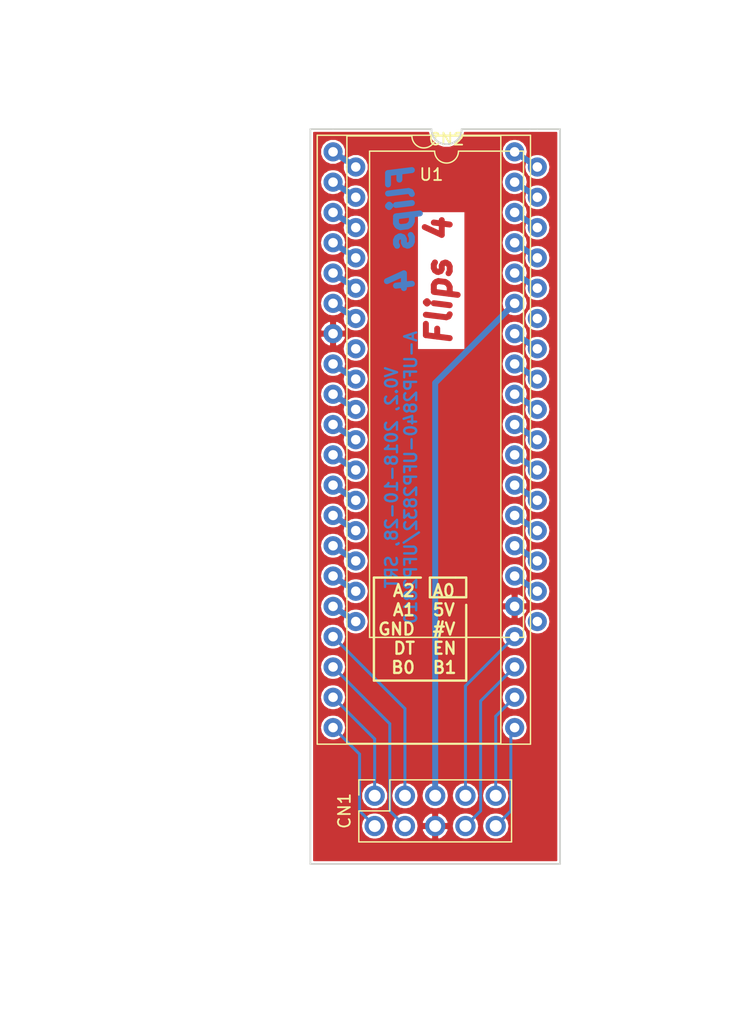
<source format=kicad_pcb>
(kicad_pcb (version 20171130) (host pcbnew "(5.0.1)-3")

  (general
    (thickness 1.6)
    (drawings 29)
    (tracks 61)
    (zones 0)
    (modules 3)
    (nets 43)
  )

  (page A4)
  (title_block
    (title "Flips 4")
    (date 2018-08-29)
    (rev 0.1)
    (company SRT)
    (comment 1 A-UFP2840-UFP2832-X)
    (comment 2 "DIP32 with FP2800A output pins")
  )

  (layers
    (0 F.Cu signal)
    (31 B.Cu signal)
    (32 B.Adhes user)
    (33 F.Adhes user)
    (34 B.Paste user)
    (35 F.Paste user)
    (36 B.SilkS user)
    (37 F.SilkS user)
    (38 B.Mask user)
    (39 F.Mask user)
    (40 Dwgs.User user)
    (41 Cmts.User user)
    (42 Eco1.User user)
    (43 Eco2.User user)
    (44 Edge.Cuts user)
    (45 Margin user)
    (46 B.CrtYd user)
    (47 F.CrtYd user)
    (48 B.Fab user)
    (49 F.Fab user)
  )

  (setup
    (last_trace_width 0.25)
    (trace_clearance 0.2)
    (zone_clearance 0.1524)
    (zone_45_only no)
    (trace_min 0.2)
    (segment_width 0.2)
    (edge_width 0.15)
    (via_size 0.8)
    (via_drill 0.4)
    (via_min_size 0.4)
    (via_min_drill 0.3)
    (uvia_size 0.3)
    (uvia_drill 0.1)
    (uvias_allowed no)
    (uvia_min_size 0.2)
    (uvia_min_drill 0.1)
    (pcb_text_width 0.3)
    (pcb_text_size 1.5 1.5)
    (mod_edge_width 0.15)
    (mod_text_size 1 1)
    (mod_text_width 0.15)
    (pad_size 1.7 1.7)
    (pad_drill 1)
    (pad_to_mask_clearance 0.2)
    (solder_mask_min_width 0.25)
    (aux_axis_origin 0 0)
    (visible_elements 7FFFFFFF)
    (pcbplotparams
      (layerselection 0x010fc_ffffffff)
      (usegerberextensions false)
      (usegerberattributes false)
      (usegerberadvancedattributes false)
      (creategerberjobfile false)
      (excludeedgelayer true)
      (linewidth 0.100000)
      (plotframeref false)
      (viasonmask false)
      (mode 1)
      (useauxorigin false)
      (hpglpennumber 1)
      (hpglpenspeed 20)
      (hpglpendiameter 15.000000)
      (psnegative false)
      (psa4output false)
      (plotreference true)
      (plotvalue true)
      (plotinvisibletext false)
      (padsonsilk false)
      (subtractmaskfromsilk false)
      (outputformat 1)
      (mirror false)
      (drillshape 1)
      (scaleselection 1)
      (outputdirectory ""))
  )

  (net 0 "")
  (net 1 "Net-(CN2-Pad20)")
  (net 2 "Net-(CN2-Pad19)")
  (net 3 "Net-(CN2-Pad18)")
  (net 4 "Net-(CN2-Pad17)")
  (net 5 "Net-(CN2-Pad16)")
  (net 6 "Net-(CN2-Pad15)")
  (net 7 "Net-(CN2-Pad14)")
  (net 8 "Net-(CN2-Pad13)")
  (net 9 "Net-(CN2-Pad32)")
  (net 10 "Net-(CN2-Pad12)")
  (net 11 "Net-(CN2-Pad31)")
  (net 12 "Net-(CN2-Pad11)")
  (net 13 "Net-(CN2-Pad30)")
  (net 14 "Net-(CN2-Pad10)")
  (net 15 "Net-(CN2-Pad29)")
  (net 16 "Net-(CN2-Pad9)")
  (net 17 "Net-(CN2-Pad28)")
  (net 18 "Net-(CN2-Pad8)")
  (net 19 "Net-(CN2-Pad27)")
  (net 20 "Net-(CN2-Pad7)")
  (net 21 "Net-(CN2-Pad26)")
  (net 22 "Net-(CN2-Pad6)")
  (net 23 "Net-(CN2-Pad25)")
  (net 24 "Net-(CN2-Pad5)")
  (net 25 "Net-(CN2-Pad24)")
  (net 26 "Net-(CN2-Pad4)")
  (net 27 "Net-(CN2-Pad23)")
  (net 28 "Net-(CN2-Pad3)")
  (net 29 "Net-(CN2-Pad22)")
  (net 30 "Net-(CN2-Pad2)")
  (net 31 "Net-(CN2-Pad21)")
  (net 32 "Net-(CN2-Pad1)")
  (net 33 GND)
  (net 34 VCC)
  (net 35 +12V)
  (net 36 /B0)
  (net 37 /B1)
  (net 38 /Data)
  (net 39 /Enable)
  (net 40 /A1)
  (net 41 /A2)
  (net 42 /A0)

  (net_class Default "Dies ist die voreingestellte Netzklasse."
    (clearance 0.2)
    (trace_width 0.25)
    (via_dia 0.8)
    (via_drill 0.4)
    (uvia_dia 0.3)
    (uvia_drill 0.1)
    (add_net /A0)
    (add_net /A1)
    (add_net /A2)
    (add_net /B0)
    (add_net /B1)
    (add_net /Data)
    (add_net /Enable)
    (add_net VCC)
  )

  (net_class driver ""
    (clearance 0.2)
    (trace_width 0.5)
    (via_dia 0.8)
    (via_drill 0.4)
    (uvia_dia 0.3)
    (uvia_drill 0.1)
    (add_net +12V)
    (add_net GND)
    (add_net "Net-(CN2-Pad1)")
    (add_net "Net-(CN2-Pad10)")
    (add_net "Net-(CN2-Pad11)")
    (add_net "Net-(CN2-Pad12)")
    (add_net "Net-(CN2-Pad13)")
    (add_net "Net-(CN2-Pad14)")
    (add_net "Net-(CN2-Pad15)")
    (add_net "Net-(CN2-Pad16)")
    (add_net "Net-(CN2-Pad17)")
    (add_net "Net-(CN2-Pad18)")
    (add_net "Net-(CN2-Pad19)")
    (add_net "Net-(CN2-Pad2)")
    (add_net "Net-(CN2-Pad20)")
    (add_net "Net-(CN2-Pad21)")
    (add_net "Net-(CN2-Pad22)")
    (add_net "Net-(CN2-Pad23)")
    (add_net "Net-(CN2-Pad24)")
    (add_net "Net-(CN2-Pad25)")
    (add_net "Net-(CN2-Pad26)")
    (add_net "Net-(CN2-Pad27)")
    (add_net "Net-(CN2-Pad28)")
    (add_net "Net-(CN2-Pad29)")
    (add_net "Net-(CN2-Pad3)")
    (add_net "Net-(CN2-Pad30)")
    (add_net "Net-(CN2-Pad31)")
    (add_net "Net-(CN2-Pad32)")
    (add_net "Net-(CN2-Pad4)")
    (add_net "Net-(CN2-Pad5)")
    (add_net "Net-(CN2-Pad6)")
    (add_net "Net-(CN2-Pad7)")
    (add_net "Net-(CN2-Pad8)")
    (add_net "Net-(CN2-Pad9)")
  )

  (module Socket_Strips:Socket_Strip_Straight_2x05_Pitch2.54mm (layer F.Cu) (tedit 5B845D70) (tstamp 5BD636E1)
    (at 223.8375 120.65 90)
    (descr "Through hole straight socket strip, 2x05, 2.54mm pitch, double rows")
    (tags "Through hole socket strip THT 2x05 2.54mm double row")
    (path /5B828F36)
    (fp_text reference CN1 (at -1.27 -2.54 90) (layer F.SilkS)
      (effects (font (size 1 1) (thickness 0.15)))
    )
    (fp_text value Conn_02x05_Odd_Even (at -10.795 0.635 180) (layer F.Fab)
      (effects (font (size 1 1) (thickness 0.15)))
    )
    (fp_text user %R (at -8.255 -3.175 90) (layer F.Fab)
      (effects (font (size 1 1) (thickness 0.15)))
    )
    (fp_line (start 1.8 -1.8) (end -4.35 -1.8) (layer F.CrtYd) (width 0.05))
    (fp_line (start 1.8 11.95) (end 1.8 -1.8) (layer F.CrtYd) (width 0.05))
    (fp_line (start -4.35 11.95) (end 1.8 11.95) (layer F.CrtYd) (width 0.05))
    (fp_line (start -4.35 -1.8) (end -4.35 11.95) (layer F.CrtYd) (width 0.05))
    (fp_line (start 1.33 -1.33) (end 0.06 -1.33) (layer F.SilkS) (width 0.12))
    (fp_line (start 1.33 0) (end 1.33 -1.33) (layer F.SilkS) (width 0.12))
    (fp_line (start -1.27 1.27) (end 1.33 1.27) (layer F.SilkS) (width 0.12))
    (fp_line (start -1.27 -1.33) (end -1.27 1.27) (layer F.SilkS) (width 0.12))
    (fp_line (start -3.87 -1.33) (end -1.27 -1.33) (layer F.SilkS) (width 0.12))
    (fp_line (start -3.87 11.49) (end -3.87 -1.33) (layer F.SilkS) (width 0.12))
    (fp_line (start 1.33 11.49) (end -3.87 11.49) (layer F.SilkS) (width 0.12))
    (fp_line (start 1.33 1.27) (end 1.33 11.49) (layer F.SilkS) (width 0.12))
    (fp_line (start 1.27 -1.27) (end -3.81 -1.27) (layer F.Fab) (width 0.1))
    (fp_line (start 1.27 11.43) (end 1.27 -1.27) (layer F.Fab) (width 0.1))
    (fp_line (start -3.81 11.43) (end 1.27 11.43) (layer F.Fab) (width 0.1))
    (fp_line (start -3.81 -1.27) (end -3.81 11.43) (layer F.Fab) (width 0.1))
    (pad 10 thru_hole oval (at -2.54 10.16 90) (size 1.7 1.7) (drill 1) (layers *.Cu *.Mask)
      (net 36 /B0))
    (pad 9 thru_hole oval (at 0 10.16 90) (size 1.7 1.7) (drill 1) (layers *.Cu *.Mask)
      (net 37 /B1))
    (pad 8 thru_hole oval (at -2.54 7.62 90) (size 1.7 1.7) (drill 1) (layers *.Cu *.Mask)
      (net 38 /Data))
    (pad 7 thru_hole oval (at 0 7.62 90) (size 1.7 1.7) (drill 1) (layers *.Cu *.Mask)
      (net 39 /Enable))
    (pad 6 thru_hole oval (at -2.54 5.08 90) (size 1.7 1.7) (drill 1) (layers *.Cu *.Mask)
      (net 33 GND))
    (pad 5 thru_hole oval (at 0 5.08 90) (size 1.7 1.7) (drill 1) (layers *.Cu *.Mask)
      (net 35 +12V))
    (pad 4 thru_hole oval (at -2.54 2.54 90) (size 1.7 1.7) (drill 1) (layers *.Cu *.Mask)
      (net 40 /A1))
    (pad 3 thru_hole oval (at 0 2.54 90) (size 1.7 1.7) (drill 1) (layers *.Cu *.Mask)
      (net 34 VCC))
    (pad 2 thru_hole oval (at -2.54 0 90) (size 1.7 1.7) (drill 1) (layers *.Cu *.Mask)
      (net 41 /A2))
    (pad 1 thru_hole circle (at 0 0 90) (size 1.7 1.7) (drill 1) (layers *.Cu *.Mask)
      (net 42 /A0))
    (model ${KISYS3DMOD}/Connector_IDC.3dshapes/IDC-Header_2x05_P2.54mm_Vertical.wrl
      (offset (xyz -2.54 0 0))
      (scale (xyz 1 1 1))
      (rotate (xyz 0 0 0))
    )
  )

  (module Housings_DIP:DIP-40_W15.24mm_Socket (layer F.Cu) (tedit 5B829F16) (tstamp 5B829DB5)
    (at 220.345 66.675)
    (descr "40-lead though-hole mounted DIP package, row spacing 15.24 mm (600 mils), Socket")
    (tags "THT DIP DIL PDIP 2.54mm 15.24mm 600mil Socket")
    (path /5B828DA4)
    (fp_text reference U1 (at 8.255 1.905) (layer F.SilkS)
      (effects (font (size 1 1) (thickness 0.15)))
    )
    (fp_text value FP2800A (at 8.255 3.81) (layer F.Fab)
      (effects (font (size 1 1) (thickness 0.15)))
    )
    (fp_text user %R (at 8.89 -9.525) (layer F.Fab)
      (effects (font (size 1 1) (thickness 0.15)))
    )
    (fp_line (start 16.8 -1.6) (end -1.55 -1.6) (layer F.CrtYd) (width 0.05))
    (fp_line (start 16.8 49.85) (end 16.8 -1.6) (layer F.CrtYd) (width 0.05))
    (fp_line (start -1.55 49.85) (end 16.8 49.85) (layer F.CrtYd) (width 0.05))
    (fp_line (start -1.55 -1.6) (end -1.55 49.85) (layer F.CrtYd) (width 0.05))
    (fp_line (start 16.57 -1.39) (end -1.33 -1.39) (layer F.SilkS) (width 0.12))
    (fp_line (start 16.57 49.65) (end 16.57 -1.39) (layer F.SilkS) (width 0.12))
    (fp_line (start -1.33 49.65) (end 16.57 49.65) (layer F.SilkS) (width 0.12))
    (fp_line (start -1.33 -1.39) (end -1.33 49.65) (layer F.SilkS) (width 0.12))
    (fp_line (start 14.08 -1.33) (end 8.62 -1.33) (layer F.SilkS) (width 0.12))
    (fp_line (start 14.08 49.59) (end 14.08 -1.33) (layer F.SilkS) (width 0.12))
    (fp_line (start 1.16 49.59) (end 14.08 49.59) (layer F.SilkS) (width 0.12))
    (fp_line (start 1.16 -1.33) (end 1.16 49.59) (layer F.SilkS) (width 0.12))
    (fp_line (start 6.62 -1.33) (end 1.16 -1.33) (layer F.SilkS) (width 0.12))
    (fp_line (start 16.51 -1.33) (end -1.27 -1.33) (layer F.Fab) (width 0.1))
    (fp_line (start 16.51 49.59) (end 16.51 -1.33) (layer F.Fab) (width 0.1))
    (fp_line (start -1.27 49.59) (end 16.51 49.59) (layer F.Fab) (width 0.1))
    (fp_line (start -1.27 -1.33) (end -1.27 49.59) (layer F.Fab) (width 0.1))
    (fp_line (start 0.255 -0.27) (end 1.255 -1.27) (layer F.Fab) (width 0.1))
    (fp_line (start 0.255 49.53) (end 0.255 -0.27) (layer F.Fab) (width 0.1))
    (fp_line (start 14.985 49.53) (end 0.255 49.53) (layer F.Fab) (width 0.1))
    (fp_line (start 14.985 -1.27) (end 14.985 49.53) (layer F.Fab) (width 0.1))
    (fp_line (start 1.255 -1.27) (end 14.985 -1.27) (layer F.Fab) (width 0.1))
    (fp_arc (start 7.62 -1.33) (end 6.62 -1.33) (angle -180) (layer F.SilkS) (width 0.12))
    (pad 40 thru_hole oval (at 15.24 0) (size 1.6 1.6) (drill 0.8) (layers *.Cu *.Mask)
      (net 9 "Net-(CN2-Pad32)"))
    (pad 20 thru_hole oval (at 0 48.26) (size 1.6 1.6) (drill 0.8) (layers *.Cu *.Mask)
      (net 41 /A2))
    (pad 39 thru_hole oval (at 15.24 2.54) (size 1.6 1.6) (drill 0.8) (layers *.Cu *.Mask)
      (net 11 "Net-(CN2-Pad31)"))
    (pad 19 thru_hole oval (at 0 45.72) (size 1.6 1.6) (drill 0.8) (layers *.Cu *.Mask)
      (net 42 /A0))
    (pad 38 thru_hole oval (at 15.24 5.08) (size 1.6 1.6) (drill 0.8) (layers *.Cu *.Mask)
      (net 13 "Net-(CN2-Pad30)"))
    (pad 18 thru_hole oval (at 0 43.18) (size 1.6 1.6) (drill 0.8) (layers *.Cu *.Mask)
      (net 40 /A1))
    (pad 37 thru_hole oval (at 15.24 7.62) (size 1.6 1.6) (drill 0.8) (layers *.Cu *.Mask)
      (net 15 "Net-(CN2-Pad29)"))
    (pad 17 thru_hole oval (at 0 40.64) (size 1.6 1.6) (drill 0.8) (layers *.Cu *.Mask)
      (net 34 VCC))
    (pad 36 thru_hole oval (at 15.24 10.16) (size 1.6 1.6) (drill 0.8) (layers *.Cu *.Mask)
      (net 17 "Net-(CN2-Pad28)"))
    (pad 16 thru_hole oval (at 0 38.1) (size 1.6 1.6) (drill 0.8) (layers *.Cu *.Mask)
      (net 5 "Net-(CN2-Pad16)"))
    (pad 35 thru_hole oval (at 15.24 12.7) (size 1.6 1.6) (drill 0.8) (layers *.Cu *.Mask)
      (net 35 +12V))
    (pad 15 thru_hole oval (at 0 35.56) (size 1.6 1.6) (drill 0.8) (layers *.Cu *.Mask)
      (net 6 "Net-(CN2-Pad15)"))
    (pad 34 thru_hole oval (at 15.24 15.24) (size 1.6 1.6) (drill 0.8) (layers *.Cu *.Mask)
      (net 21 "Net-(CN2-Pad26)"))
    (pad 14 thru_hole oval (at 0 33.02) (size 1.6 1.6) (drill 0.8) (layers *.Cu *.Mask)
      (net 7 "Net-(CN2-Pad14)"))
    (pad 33 thru_hole oval (at 15.24 17.78) (size 1.6 1.6) (drill 0.8) (layers *.Cu *.Mask)
      (net 23 "Net-(CN2-Pad25)"))
    (pad 13 thru_hole oval (at 0 30.48) (size 1.6 1.6) (drill 0.8) (layers *.Cu *.Mask)
      (net 8 "Net-(CN2-Pad13)"))
    (pad 32 thru_hole oval (at 15.24 20.32) (size 1.6 1.6) (drill 0.8) (layers *.Cu *.Mask)
      (net 25 "Net-(CN2-Pad24)"))
    (pad 12 thru_hole oval (at 0 27.94) (size 1.6 1.6) (drill 0.8) (layers *.Cu *.Mask)
      (net 10 "Net-(CN2-Pad12)"))
    (pad 31 thru_hole oval (at 15.24 22.86) (size 1.6 1.6) (drill 0.8) (layers *.Cu *.Mask)
      (net 27 "Net-(CN2-Pad23)"))
    (pad 11 thru_hole oval (at 0 25.4) (size 1.6 1.6) (drill 0.8) (layers *.Cu *.Mask)
      (net 12 "Net-(CN2-Pad11)"))
    (pad 30 thru_hole oval (at 15.24 25.4) (size 1.6 1.6) (drill 0.8) (layers *.Cu *.Mask)
      (net 29 "Net-(CN2-Pad22)"))
    (pad 10 thru_hole oval (at 0 22.86) (size 1.6 1.6) (drill 0.8) (layers *.Cu *.Mask)
      (net 14 "Net-(CN2-Pad10)"))
    (pad 29 thru_hole oval (at 15.24 27.94) (size 1.6 1.6) (drill 0.8) (layers *.Cu *.Mask)
      (net 31 "Net-(CN2-Pad21)"))
    (pad 9 thru_hole oval (at 0 20.32) (size 1.6 1.6) (drill 0.8) (layers *.Cu *.Mask)
      (net 16 "Net-(CN2-Pad9)"))
    (pad 28 thru_hole oval (at 15.24 30.48) (size 1.6 1.6) (drill 0.8) (layers *.Cu *.Mask)
      (net 1 "Net-(CN2-Pad20)"))
    (pad 8 thru_hole oval (at 0 17.78) (size 1.6 1.6) (drill 0.8) (layers *.Cu *.Mask)
      (net 18 "Net-(CN2-Pad8)"))
    (pad 27 thru_hole oval (at 15.24 33.02) (size 1.6 1.6) (drill 0.8) (layers *.Cu *.Mask)
      (net 2 "Net-(CN2-Pad19)"))
    (pad 7 thru_hole oval (at 0 15.24) (size 1.6 1.6) (drill 0.8) (layers *.Cu *.Mask)
      (net 33 GND))
    (pad 26 thru_hole oval (at 15.24 35.56) (size 1.6 1.6) (drill 0.8) (layers *.Cu *.Mask)
      (net 3 "Net-(CN2-Pad18)"))
    (pad 6 thru_hole oval (at 0 12.7) (size 1.6 1.6) (drill 0.8) (layers *.Cu *.Mask)
      (net 22 "Net-(CN2-Pad6)"))
    (pad 25 thru_hole oval (at 15.24 38.1) (size 1.6 1.6) (drill 0.8) (layers *.Cu *.Mask)
      (net 33 GND))
    (pad 5 thru_hole oval (at 0 10.16) (size 1.6 1.6) (drill 0.8) (layers *.Cu *.Mask)
      (net 24 "Net-(CN2-Pad5)"))
    (pad 24 thru_hole oval (at 15.24 40.64) (size 1.6 1.6) (drill 0.8) (layers *.Cu *.Mask)
      (net 39 /Enable))
    (pad 4 thru_hole oval (at 0 7.62) (size 1.6 1.6) (drill 0.8) (layers *.Cu *.Mask)
      (net 26 "Net-(CN2-Pad4)"))
    (pad 23 thru_hole oval (at 15.24 43.18) (size 1.6 1.6) (drill 0.8) (layers *.Cu *.Mask)
      (net 38 /Data))
    (pad 3 thru_hole oval (at 0 5.08) (size 1.6 1.6) (drill 0.8) (layers *.Cu *.Mask)
      (net 28 "Net-(CN2-Pad3)"))
    (pad 22 thru_hole oval (at 15.24 45.72) (size 1.6 1.6) (drill 0.8) (layers *.Cu *.Mask)
      (net 37 /B1))
    (pad 2 thru_hole oval (at 0 2.54) (size 1.6 1.6) (drill 0.8) (layers *.Cu *.Mask)
      (net 30 "Net-(CN2-Pad2)"))
    (pad 21 thru_hole oval (at 15.24 48.26) (size 1.6 1.6) (drill 0.8) (layers *.Cu *.Mask)
      (net 36 /B0))
    (pad 1 thru_hole circle (at 0 0) (size 1.6 1.6) (drill 0.8) (layers *.Cu *.Mask)
      (net 32 "Net-(CN2-Pad1)"))
    (model ${KISYS3DMOD}/Housings_DIP.3dshapes/DIP-40_W15.24mm_Socket.wrl
      (at (xyz 0 0 0))
      (scale (xyz 1 1 1))
      (rotate (xyz 0 0 0))
    )
    (model ${KISYS3DMOD}/Housings_DIP.3dshapes/DIP-40_W15.24mm.wrl
      (offset (xyz 0 0 3.5))
      (scale (xyz 1 1 1))
      (rotate (xyz 0 0 0))
    )
    (model ${KISYS3DMOD}/Socket_Strips.3dshapes/Socket_Strip_Straight_1x20_Pitch2.54mm.wrl
      (offset (xyz 0 -24.13 0))
      (scale (xyz 1 1 0.4))
      (rotate (xyz 0 0 90))
    )
    (model ${KISYS3DMOD}/Socket_Strips.3dshapes/Socket_Strip_Straight_1x20_Pitch2.54mm.wrl
      (offset (xyz 15.24 -24.13 0))
      (scale (xyz 1 1 0.4))
      (rotate (xyz 0 0 90))
    )
  )

  (module Housings_DIP:DIP-32_W15.24mm (layer F.Cu) (tedit 5B845D50) (tstamp 5B845B22)
    (at 222.25 67.945)
    (descr "32-lead though-hole mounted DIP package, row spacing 15.24 mm (600 mils)")
    (tags "THT DIP DIL PDIP 2.54mm 15.24mm 600mil")
    (path /5B84E2DF)
    (fp_text reference CN2 (at 7.62 -2.33) (layer F.SilkS)
      (effects (font (size 1 1) (thickness 0.15)))
    )
    (fp_text value Conn_02x16_Counter_Clockwise (at 7.62 40.43) (layer F.Fab)
      (effects (font (size 1 1) (thickness 0.15)))
    )
    (fp_text user %R (at 7.62 19.05) (layer F.Fab)
      (effects (font (size 1 1) (thickness 0.15)))
    )
    (fp_line (start 16.3 -1.55) (end -1.05 -1.55) (layer F.CrtYd) (width 0.05))
    (fp_line (start 16.3 39.65) (end 16.3 -1.55) (layer F.CrtYd) (width 0.05))
    (fp_line (start -1.05 39.65) (end 16.3 39.65) (layer F.CrtYd) (width 0.05))
    (fp_line (start -1.05 -1.55) (end -1.05 39.65) (layer F.CrtYd) (width 0.05))
    (fp_line (start 14.08 -1.33) (end 8.62 -1.33) (layer F.SilkS) (width 0.12))
    (fp_line (start 14.08 39.43) (end 14.08 -1.33) (layer F.SilkS) (width 0.12))
    (fp_line (start 1.16 39.43) (end 14.08 39.43) (layer F.SilkS) (width 0.12))
    (fp_line (start 1.16 -1.33) (end 1.16 39.43) (layer F.SilkS) (width 0.12))
    (fp_line (start 6.62 -1.33) (end 1.16 -1.33) (layer F.SilkS) (width 0.12))
    (fp_line (start 0.255 -0.27) (end 1.255 -1.27) (layer F.Fab) (width 0.1))
    (fp_line (start 0.255 39.37) (end 0.255 -0.27) (layer F.Fab) (width 0.1))
    (fp_line (start 14.985 39.37) (end 0.255 39.37) (layer F.Fab) (width 0.1))
    (fp_line (start 14.985 -1.27) (end 14.985 39.37) (layer F.Fab) (width 0.1))
    (fp_line (start 1.255 -1.27) (end 14.985 -1.27) (layer F.Fab) (width 0.1))
    (fp_arc (start 7.62 -1.33) (end 6.62 -1.33) (angle -180) (layer F.SilkS) (width 0.12))
    (pad 32 thru_hole oval (at 15.24 0) (size 1.6 1.6) (drill 0.8) (layers *.Cu *.Mask)
      (net 9 "Net-(CN2-Pad32)"))
    (pad 16 thru_hole oval (at 0 38.1) (size 1.6 1.6) (drill 0.8) (layers *.Cu *.Mask)
      (net 5 "Net-(CN2-Pad16)"))
    (pad 31 thru_hole oval (at 15.24 2.54) (size 1.6 1.6) (drill 0.8) (layers *.Cu *.Mask)
      (net 11 "Net-(CN2-Pad31)"))
    (pad 15 thru_hole oval (at 0 35.56) (size 1.6 1.6) (drill 0.8) (layers *.Cu *.Mask)
      (net 6 "Net-(CN2-Pad15)"))
    (pad 30 thru_hole oval (at 15.24 5.08) (size 1.6 1.6) (drill 0.8) (layers *.Cu *.Mask)
      (net 13 "Net-(CN2-Pad30)"))
    (pad 14 thru_hole oval (at 0 33.02) (size 1.6 1.6) (drill 0.8) (layers *.Cu *.Mask)
      (net 7 "Net-(CN2-Pad14)"))
    (pad 29 thru_hole oval (at 15.24 7.62) (size 1.6 1.6) (drill 0.8) (layers *.Cu *.Mask)
      (net 15 "Net-(CN2-Pad29)"))
    (pad 13 thru_hole oval (at 0 30.48) (size 1.6 1.6) (drill 0.8) (layers *.Cu *.Mask)
      (net 8 "Net-(CN2-Pad13)"))
    (pad 28 thru_hole oval (at 15.24 10.16) (size 1.6 1.6) (drill 0.8) (layers *.Cu *.Mask)
      (net 17 "Net-(CN2-Pad28)"))
    (pad 12 thru_hole oval (at 0 27.94) (size 1.6 1.6) (drill 0.8) (layers *.Cu *.Mask)
      (net 10 "Net-(CN2-Pad12)"))
    (pad 27 thru_hole oval (at 15.24 12.7) (size 1.6 1.6) (drill 0.8) (layers *.Cu *.Mask)
      (net 19 "Net-(CN2-Pad27)"))
    (pad 11 thru_hole oval (at 0 25.4) (size 1.6 1.6) (drill 0.8) (layers *.Cu *.Mask)
      (net 12 "Net-(CN2-Pad11)"))
    (pad 26 thru_hole oval (at 15.24 15.24) (size 1.6 1.6) (drill 0.8) (layers *.Cu *.Mask)
      (net 21 "Net-(CN2-Pad26)"))
    (pad 10 thru_hole oval (at 0 22.86) (size 1.6 1.6) (drill 0.8) (layers *.Cu *.Mask)
      (net 14 "Net-(CN2-Pad10)"))
    (pad 25 thru_hole oval (at 15.24 17.78) (size 1.6 1.6) (drill 0.8) (layers *.Cu *.Mask)
      (net 23 "Net-(CN2-Pad25)"))
    (pad 9 thru_hole oval (at 0 20.32) (size 1.6 1.6) (drill 0.8) (layers *.Cu *.Mask)
      (net 16 "Net-(CN2-Pad9)"))
    (pad 24 thru_hole oval (at 15.24 20.32) (size 1.6 1.6) (drill 0.8) (layers *.Cu *.Mask)
      (net 25 "Net-(CN2-Pad24)"))
    (pad 8 thru_hole oval (at 0 17.78) (size 1.6 1.6) (drill 0.8) (layers *.Cu *.Mask)
      (net 18 "Net-(CN2-Pad8)"))
    (pad 23 thru_hole oval (at 15.24 22.86) (size 1.6 1.6) (drill 0.8) (layers *.Cu *.Mask)
      (net 27 "Net-(CN2-Pad23)"))
    (pad 7 thru_hole oval (at 0 15.24) (size 1.6 1.6) (drill 0.8) (layers *.Cu *.Mask)
      (net 20 "Net-(CN2-Pad7)"))
    (pad 22 thru_hole oval (at 15.24 25.4) (size 1.6 1.6) (drill 0.8) (layers *.Cu *.Mask)
      (net 29 "Net-(CN2-Pad22)"))
    (pad 6 thru_hole oval (at 0 12.7) (size 1.6 1.6) (drill 0.8) (layers *.Cu *.Mask)
      (net 22 "Net-(CN2-Pad6)"))
    (pad 21 thru_hole oval (at 15.24 27.94) (size 1.6 1.6) (drill 0.8) (layers *.Cu *.Mask)
      (net 31 "Net-(CN2-Pad21)"))
    (pad 5 thru_hole oval (at 0 10.16) (size 1.6 1.6) (drill 0.8) (layers *.Cu *.Mask)
      (net 24 "Net-(CN2-Pad5)"))
    (pad 20 thru_hole oval (at 15.24 30.48) (size 1.6 1.6) (drill 0.8) (layers *.Cu *.Mask)
      (net 1 "Net-(CN2-Pad20)"))
    (pad 4 thru_hole oval (at 0 7.62) (size 1.6 1.6) (drill 0.8) (layers *.Cu *.Mask)
      (net 26 "Net-(CN2-Pad4)"))
    (pad 19 thru_hole oval (at 15.24 33.02) (size 1.6 1.6) (drill 0.8) (layers *.Cu *.Mask)
      (net 2 "Net-(CN2-Pad19)"))
    (pad 3 thru_hole oval (at 0 5.08) (size 1.6 1.6) (drill 0.8) (layers *.Cu *.Mask)
      (net 28 "Net-(CN2-Pad3)"))
    (pad 18 thru_hole oval (at 15.24 35.56) (size 1.6 1.6) (drill 0.8) (layers *.Cu *.Mask)
      (net 3 "Net-(CN2-Pad18)"))
    (pad 2 thru_hole oval (at 0 2.54) (size 1.6 1.6) (drill 0.8) (layers *.Cu *.Mask)
      (net 30 "Net-(CN2-Pad2)"))
    (pad 17 thru_hole oval (at 15.24 38.1) (size 1.6 1.6) (drill 0.8) (layers *.Cu *.Mask)
      (net 4 "Net-(CN2-Pad17)"))
    (pad 1 thru_hole circle (at 0 0) (size 1.6 1.6) (drill 0.8) (layers *.Cu *.Mask)
      (net 32 "Net-(CN2-Pad1)"))
    (model ${KISYS3DMOD}/Pin_Headers.3dshapes/Pin_Header_Straight_1x16_Pitch2.54mm.step
      (offset (xyz 0 0 -1.75))
      (scale (xyz 1 1 1))
      (rotate (xyz 0 180 0))
    )
    (model ${KISYS3DMOD}/Pin_Headers.3dshapes/Pin_Header_Straight_1x16_Pitch2.54mm.step
      (offset (xyz 15.24 0 -1.75))
      (scale (xyz 1 1 1))
      (rotate (xyz 0 180 0))
    )
  )

  (dimension 61.595 (width 0.3) (layer Dwgs.User)
    (gr_text "2,4250 in" (at 251.655 95.5675 90) (layer Dwgs.User)
      (effects (font (size 1.5 1.5) (thickness 0.3)))
    )
    (feature1 (pts (xy 241.935 64.77) (xy 250.141421 64.77)))
    (feature2 (pts (xy 241.935 126.365) (xy 250.141421 126.365)))
    (crossbar (pts (xy 249.555 126.365) (xy 249.555 64.77)))
    (arrow1a (pts (xy 249.555 64.77) (xy 250.141421 65.896504)))
    (arrow1b (pts (xy 249.555 64.77) (xy 248.968579 65.896504)))
    (arrow2a (pts (xy 249.555 126.365) (xy 250.141421 125.238496)))
    (arrow2b (pts (xy 249.555 126.365) (xy 248.968579 125.238496)))
  )
  (dimension 61.595 (width 0.3) (layer Dwgs.User)
    (gr_text "61,595 mm" (at 197.925 95.5675 90) (layer Dwgs.User)
      (effects (font (size 1.5 1.5) (thickness 0.3)))
    )
    (feature1 (pts (xy 209.55 64.77) (xy 199.438579 64.77)))
    (feature2 (pts (xy 209.55 126.365) (xy 199.438579 126.365)))
    (crossbar (pts (xy 200.025 126.365) (xy 200.025 64.77)))
    (arrow1a (pts (xy 200.025 64.77) (xy 200.611421 65.896504)))
    (arrow1b (pts (xy 200.025 64.77) (xy 199.438579 65.896504)))
    (arrow2a (pts (xy 200.025 126.365) (xy 200.611421 125.238496)))
    (arrow2b (pts (xy 200.025 126.365) (xy 199.438579 125.238496)))
  )
  (gr_line (start 218.44 64.77) (end 218.44 126.365) (angle 90) (layer Edge.Cuts) (width 0.15))
  (gr_line (start 239.395 126.365) (end 239.395 64.77) (angle 90) (layer Edge.Cuts) (width 0.15))
  (gr_line (start 218.44 126.365) (end 239.395 126.365) (angle 90) (layer Edge.Cuts) (width 0.15))
  (gr_line (start 239.395 64.77) (end 237.49 64.77) (angle 90) (layer Edge.Cuts) (width 0.15))
  (gr_line (start 218.44 64.77) (end 220.345 64.77) (angle 90) (layer Edge.Cuts) (width 0.15))
  (gr_text "V0.2, 2018-10-28, SRT\nA-UFP2840-UFP2832/UFP2810" (at 226.06 93.98 90) (layer B.Cu)
    (effects (font (size 1 1) (thickness 0.2)) (justify mirror))
  )
  (gr_text "Flips 4" (at 229.235 77.47 90) (layer F.Cu) (tstamp 5B870F64)
    (effects (font (size 2 2) (thickness 0.5) italic))
  )
  (gr_text "Flips 4" (at 226.06 73.025 90) (layer B.Cu)
    (effects (font (size 2 2) (thickness 0.5) italic) (justify mirror))
  )
  (gr_text "A0\n5V\n#V\nEN\nB1" (at 228.6 106.68) (layer F.SilkS) (tstamp 5B8309EB)
    (effects (font (size 1 1) (thickness 0.2)) (justify left))
  )
  (gr_line (start 230.632 104.013) (end 231.521 104.013) (angle 90) (layer F.SilkS) (width 0.2))
  (gr_line (start 231.521 102.362) (end 230.632 102.362) (angle 90) (layer F.SilkS) (width 0.2))
  (gr_line (start 231.521 104.013) (end 231.521 102.362) (angle 90) (layer F.SilkS) (width 0.2))
  (gr_line (start 231.521 110.998) (end 231.521 104.648) (angle 90) (layer F.SilkS) (width 0.2))
  (gr_line (start 223.774 110.998) (end 231.521 110.998) (angle 90) (layer F.SilkS) (width 0.2))
  (gr_line (start 223.774 102.362) (end 223.774 110.998) (angle 90) (layer F.SilkS) (width 0.2))
  (gr_line (start 224.409 102.362) (end 223.774 102.362) (angle 90) (layer F.SilkS) (width 0.2))
  (gr_line (start 227.711 102.362) (end 224.409 102.362) (angle 90) (layer F.SilkS) (width 0.2))
  (gr_line (start 230.632 104.013) (end 228.473 104.013) (angle 90) (layer F.SilkS) (width 0.2))
  (gr_line (start 228.473 102.362) (end 230.632 102.362) (angle 90) (layer F.SilkS) (width 0.2))
  (gr_line (start 228.473 104.013) (end 228.473 102.362) (angle 90) (layer F.SilkS) (width 0.2))
  (gr_text "A2\nA1\nGND\nDT\nB0" (at 227.33 106.68) (layer F.SilkS)
    (effects (font (size 1 1) (thickness 0.2)) (justify right))
  )
  (dimension 20.955 (width 0.3) (layer Dwgs.User)
    (gr_text "20,955 mm" (at 228.9175 141.164999) (layer Dwgs.User)
      (effects (font (size 1.5 1.5) (thickness 0.3)))
    )
    (feature1 (pts (xy 239.395 132.08) (xy 239.395 139.65142)))
    (feature2 (pts (xy 218.44 132.08) (xy 218.44 139.65142)))
    (crossbar (pts (xy 218.44 139.064999) (xy 239.395 139.064999)))
    (arrow1a (pts (xy 239.395 139.064999) (xy 238.268496 139.65142)))
    (arrow1b (pts (xy 239.395 139.064999) (xy 238.268496 138.478578)))
    (arrow2a (pts (xy 218.44 139.064999) (xy 219.566504 139.65142)))
    (arrow2b (pts (xy 218.44 139.064999) (xy 219.566504 138.478578)))
  )
  (dimension 20.955 (width 0.3) (layer Dwgs.User)
    (gr_text "0,8250 in" (at 228.9175 55.05) (layer Dwgs.User)
      (effects (font (size 1.5 1.5) (thickness 0.3)))
    )
    (feature1 (pts (xy 218.44 62.865) (xy 218.44 56.563579)))
    (feature2 (pts (xy 239.395 62.865) (xy 239.395 56.563579)))
    (crossbar (pts (xy 239.395 57.15) (xy 218.44 57.15)))
    (arrow1a (pts (xy 218.44 57.15) (xy 219.566504 56.563579)))
    (arrow1b (pts (xy 218.44 57.15) (xy 219.566504 57.736421)))
    (arrow2a (pts (xy 239.395 57.15) (xy 238.268496 56.563579)))
    (arrow2b (pts (xy 239.395 57.15) (xy 238.268496 57.736421)))
  )
  (gr_line (start 236.855 64.77) (end 237.49 64.77) (layer Edge.Cuts) (width 0.15))
  (gr_line (start 231.14 64.77) (end 236.855 64.77) (layer Edge.Cuts) (width 0.15))
  (gr_line (start 220.345 64.77) (end 228.6 64.77) (layer Edge.Cuts) (width 0.15))
  (gr_arc (start 229.87 64.77) (end 228.6 64.77) (angle -180) (layer Edge.Cuts) (width 0.15))

  (segment (start 235.585 97.155) (end 237.49 98.425) (width 0.5) (layer B.Cu) (net 1) (tstamp 5B847DD6) (status C00000))
  (segment (start 235.585 99.695) (end 237.49 100.965) (width 0.5) (layer B.Cu) (net 2) (tstamp 5B847DD3) (status C00000))
  (segment (start 235.585 102.235) (end 237.49 103.505) (width 0.5) (layer B.Cu) (net 3) (tstamp 5B847DD0) (status C00000))
  (segment (start 220.345 104.775) (end 222.25 106.045) (width 0.5) (layer B.Cu) (net 5) (tstamp 5B847E11) (status C00000))
  (segment (start 220.345 102.235) (end 222.25 103.505) (width 0.5) (layer B.Cu) (net 6) (tstamp 5B847E0E) (status C00000))
  (segment (start 220.345 99.695) (end 222.25 100.965) (width 0.5) (layer B.Cu) (net 7) (tstamp 5B847E0B) (status C00000))
  (segment (start 220.345 97.155) (end 222.25 98.425) (width 0.5) (layer B.Cu) (net 8) (tstamp 5B847E08) (status C00000))
  (segment (start 235.585 66.675) (end 237.49 67.945) (width 0.5) (layer B.Cu) (net 9) (tstamp 5B847DAF) (status C00000))
  (segment (start 220.345 94.615) (end 222.25 95.885) (width 0.5) (layer B.Cu) (net 10) (tstamp 5B847E05) (status C00000))
  (segment (start 235.585 69.215) (end 237.49 70.485) (width 0.5) (layer B.Cu) (net 11) (tstamp 5B847DB2) (status C00000))
  (segment (start 220.345 92.075) (end 222.25 93.345) (width 0.5) (layer B.Cu) (net 12) (tstamp 5B847E02) (status C00000))
  (segment (start 235.585 71.755) (end 237.49 73.025) (width 0.5) (layer B.Cu) (net 13) (tstamp 5B847DB5) (status C00000))
  (segment (start 220.345 89.535) (end 222.25 90.805) (width 0.5) (layer B.Cu) (net 14) (tstamp 5B847DFF) (status C00000))
  (segment (start 235.585 74.295) (end 237.49 75.565) (width 0.5) (layer B.Cu) (net 15) (tstamp 5B847DAC) (status C00000))
  (segment (start 220.345 86.995) (end 222.25 88.265) (width 0.5) (layer B.Cu) (net 16) (tstamp 5B847DFC) (status C00000))
  (segment (start 235.585 76.835) (end 237.49 78.105) (width 0.5) (layer B.Cu) (net 17) (tstamp 5B847DA8) (status C00000))
  (segment (start 220.345 84.455) (end 222.25 85.725) (width 0.5) (layer B.Cu) (net 18) (tstamp 5B847DF9) (status C00000))
  (segment (start 235.585 81.915) (end 237.49 83.185) (width 0.5) (layer B.Cu) (net 21) (tstamp 5B847DB9) (status C00000))
  (segment (start 220.345 79.375) (end 222.25 80.645) (width 0.5) (layer B.Cu) (net 22) (tstamp 5B847DF6) (status C00000))
  (segment (start 235.585 84.455) (end 237.49 85.725) (width 0.5) (layer B.Cu) (net 23) (tstamp 5B847DBC) (status C00000))
  (segment (start 220.345 76.835) (end 222.25 78.105) (width 0.5) (layer B.Cu) (net 24) (tstamp 5B847DF3) (status C00000))
  (segment (start 235.585 86.995) (end 237.49 88.265) (width 0.5) (layer B.Cu) (net 25) (tstamp 5B847DE2) (status C00000))
  (segment (start 220.345 74.295) (end 222.25 75.565) (width 0.5) (layer B.Cu) (net 26) (tstamp 5B847DF0) (status C00000))
  (segment (start 235.585 89.535) (end 237.49 90.805) (width 0.5) (layer B.Cu) (net 27) (tstamp 5B847DDF) (status C00000))
  (segment (start 220.345 71.755) (end 222.25 73.025) (width 0.5) (layer B.Cu) (net 28) (tstamp 5B847DED) (status C00000))
  (segment (start 235.585 92.075) (end 237.49 93.345) (width 0.5) (layer B.Cu) (net 29) (tstamp 5B847DDC) (status C00000))
  (segment (start 220.345 69.215) (end 222.25 70.485) (width 0.5) (layer B.Cu) (net 30) (tstamp 5B847DEA) (status C00000))
  (segment (start 235.585 94.615) (end 237.49 95.885) (width 0.5) (layer B.Cu) (net 31) (tstamp 5B847DD9) (status C00000))
  (segment (start 220.345 66.675) (end 222.25 67.945) (width 0.5) (layer B.Cu) (net 32) (tstamp 5B847DE7) (status C00000))
  (segment (start 226.3775 113.3475) (end 220.345 107.315) (width 0.25) (layer B.Cu) (net 34) (tstamp 5BD65C4F) (status 800000))
  (segment (start 226.3775 120.65) (end 226.3775 113.3475) (width 0.25) (layer B.Cu) (net 34))
  (segment (start 229.87 85.09) (end 235.585 79.375) (width 0.5) (layer B.Cu) (net 35))
  (segment (start 228.9175 120.65) (end 228.9175 86.0425) (width 0.5) (layer B.Cu) (net 35))
  (segment (start 228.9175 86.0425) (end 229.87 85.09) (width 0.5) (layer B.Cu) (net 35))
  (segment (start 235.2675 115.2525) (end 235.585 114.935) (width 0.25) (layer B.Cu) (net 36) (tstamp 5BD682F5) (status C00000))
  (segment (start 235.2675 121.92) (end 233.9975 123.19) (width 0.25) (layer B.Cu) (net 36))
  (segment (start 235.2675 121.158) (end 235.2675 121.92) (width 0.25) (layer B.Cu) (net 36))
  (segment (start 235.2675 121.158) (end 235.2675 115.2525) (width 0.25) (layer B.Cu) (net 36))
  (segment (start 235.585 112.395) (end 234.315 113.665) (width 0.25) (layer B.Cu) (net 37))
  (segment (start 233.9975 113.9825) (end 234.315 113.665) (width 0.25) (layer B.Cu) (net 37) (tstamp 5BD66F9F))
  (segment (start 233.9975 120.65) (end 233.9975 113.9825) (width 0.25) (layer B.Cu) (net 37))
  (segment (start 235.585 109.855) (end 233.68 111.76) (width 0.25) (layer B.Cu) (net 38) (tstamp 5B846A36) (status 400000))
  (segment (start 232.7275 112.7125) (end 233.68 111.76) (width 0.25) (layer B.Cu) (net 38) (tstamp 5BD66BC2))
  (segment (start 232.7275 121.92) (end 231.4575 123.19) (width 0.25) (layer B.Cu) (net 38))
  (segment (start 232.7275 120.7135) (end 232.7275 121.92) (width 0.25) (layer B.Cu) (net 38))
  (segment (start 232.7275 120.7135) (end 232.7275 112.7125) (width 0.25) (layer B.Cu) (net 38))
  (segment (start 231.4575 111.4425) (end 231.4575 120.65) (width 0.25) (layer B.Cu) (net 39))
  (segment (start 235.585 107.315) (end 231.4575 111.4425) (width 0.25) (layer B.Cu) (net 39))
  (segment (start 220.345 109.855) (end 224.3455 113.8555) (width 0.25) (layer B.Cu) (net 40) (status 400000))
  (segment (start 225.1075 114.6175) (end 224.3455 113.8555) (width 0.25) (layer B.Cu) (net 40) (tstamp 5BD655DC))
  (segment (start 225.1075 121.92) (end 226.3775 123.19) (width 0.25) (layer B.Cu) (net 40))
  (segment (start 225.1075 120.777) (end 225.1075 121.92) (width 0.25) (layer B.Cu) (net 40))
  (segment (start 225.1075 120.777) (end 225.1075 114.6175) (width 0.25) (layer B.Cu) (net 40))
  (segment (start 222.5675 117.1575) (end 220.345 114.935) (width 0.25) (layer B.Cu) (net 41) (tstamp 5BD68969) (status 800000))
  (segment (start 222.5675 121.92) (end 223.8375 123.19) (width 0.25) (layer B.Cu) (net 41))
  (segment (start 222.5675 120.65) (end 222.5675 121.92) (width 0.25) (layer B.Cu) (net 41))
  (segment (start 222.5675 120.65) (end 222.5675 117.1575) (width 0.25) (layer B.Cu) (net 41))
  (segment (start 223.8375 115.8875) (end 220.345 112.395) (width 0.25) (layer B.Cu) (net 42) (tstamp 5BD650B5) (status 800000))
  (segment (start 223.8375 115.8875) (end 223.8375 115.951) (width 0.25) (layer B.Cu) (net 42) (tstamp 5BD650B2))
  (segment (start 223.8375 115.951) (end 223.8375 115.8875) (width 0.25) (layer B.Cu) (net 42) (tstamp 5BD650B4))
  (segment (start 223.8375 120.65) (end 223.8375 115.8875) (width 0.25) (layer B.Cu) (net 42))

  (zone (net 33) (net_name GND) (layer F.Cu) (tstamp 5B845F2D) (hatch edge 0.508)
    (connect_pads (clearance 0.1524))
    (min_thickness 0.1524)
    (fill yes (arc_segments 16) (thermal_gap 0.25) (thermal_bridge_width 0.508))
    (polygon
      (pts
        (xy 218.44 126.365) (xy 239.395 126.365) (xy 239.395 64.77) (xy 218.44 64.77)
      )
    )
    (filled_polygon
      (pts
        (xy 228.377602 65.257086) (xy 228.413664 65.356166) (xy 228.413665 65.356167) (xy 228.634199 65.73814) (xy 228.701974 65.818911)
        (xy 229.03985 66.102423) (xy 229.131162 66.155143) (xy 229.54563 66.305997) (xy 229.649467 66.324306) (xy 230.090534 66.324306)
        (xy 230.194371 66.305997) (xy 230.608833 66.155144) (xy 230.608838 66.155143) (xy 230.666728 66.12172) (xy 230.700151 66.102423)
        (xy 230.700153 66.10242) (xy 231.038026 65.818911) (xy 231.06385 65.788135) (xy 231.105801 65.738141) (xy 231.326335 65.356167)
        (xy 231.362398 65.257087) (xy 231.362398 65.257085) (xy 231.394751 65.0736) (xy 239.091401 65.0736) (xy 239.0914 126.0614)
        (xy 218.7436 126.0614) (xy 218.7436 123.19) (xy 222.689237 123.19) (xy 222.776643 123.629421) (xy 223.025555 124.001945)
        (xy 223.398079 124.250857) (xy 223.726581 124.3162) (xy 223.948419 124.3162) (xy 224.276921 124.250857) (xy 224.649445 124.001945)
        (xy 224.898357 123.629421) (xy 224.985763 123.19) (xy 225.229237 123.19) (xy 225.316643 123.629421) (xy 225.565555 124.001945)
        (xy 225.938079 124.250857) (xy 226.266581 124.3162) (xy 226.488419 124.3162) (xy 226.816921 124.250857) (xy 227.189445 124.001945)
        (xy 227.438357 123.629421) (xy 227.454652 123.547497) (xy 227.796928 123.547497) (xy 228.019035 123.949109) (xy 228.377925 124.235153)
        (xy 228.560005 124.310555) (xy 228.7397 124.270114) (xy 228.7397 123.3678) (xy 229.0953 123.3678) (xy 229.0953 124.270114)
        (xy 229.274995 124.310555) (xy 229.457075 124.235153) (xy 229.815965 123.949109) (xy 230.038072 123.547497) (xy 229.998651 123.3678)
        (xy 229.0953 123.3678) (xy 228.7397 123.3678) (xy 227.836349 123.3678) (xy 227.796928 123.547497) (xy 227.454652 123.547497)
        (xy 227.525763 123.19) (xy 230.309237 123.19) (xy 230.396643 123.629421) (xy 230.645555 124.001945) (xy 231.018079 124.250857)
        (xy 231.346581 124.3162) (xy 231.568419 124.3162) (xy 231.896921 124.250857) (xy 232.269445 124.001945) (xy 232.518357 123.629421)
        (xy 232.605763 123.19) (xy 232.849237 123.19) (xy 232.936643 123.629421) (xy 233.185555 124.001945) (xy 233.558079 124.250857)
        (xy 233.886581 124.3162) (xy 234.108419 124.3162) (xy 234.436921 124.250857) (xy 234.809445 124.001945) (xy 235.058357 123.629421)
        (xy 235.145763 123.19) (xy 235.058357 122.750579) (xy 234.809445 122.378055) (xy 234.436921 122.129143) (xy 234.108419 122.0638)
        (xy 233.886581 122.0638) (xy 233.558079 122.129143) (xy 233.185555 122.378055) (xy 232.936643 122.750579) (xy 232.849237 123.19)
        (xy 232.605763 123.19) (xy 232.518357 122.750579) (xy 232.269445 122.378055) (xy 231.896921 122.129143) (xy 231.568419 122.0638)
        (xy 231.346581 122.0638) (xy 231.018079 122.129143) (xy 230.645555 122.378055) (xy 230.396643 122.750579) (xy 230.309237 123.19)
        (xy 227.525763 123.19) (xy 227.454653 122.832503) (xy 227.796928 122.832503) (xy 227.836349 123.0122) (xy 228.7397 123.0122)
        (xy 228.7397 122.109886) (xy 229.0953 122.109886) (xy 229.0953 123.0122) (xy 229.998651 123.0122) (xy 230.038072 122.832503)
        (xy 229.815965 122.430891) (xy 229.457075 122.144847) (xy 229.274995 122.069445) (xy 229.0953 122.109886) (xy 228.7397 122.109886)
        (xy 228.560005 122.069445) (xy 228.377925 122.144847) (xy 228.019035 122.430891) (xy 227.796928 122.832503) (xy 227.454653 122.832503)
        (xy 227.438357 122.750579) (xy 227.189445 122.378055) (xy 226.816921 122.129143) (xy 226.488419 122.0638) (xy 226.266581 122.0638)
        (xy 225.938079 122.129143) (xy 225.565555 122.378055) (xy 225.316643 122.750579) (xy 225.229237 123.19) (xy 224.985763 123.19)
        (xy 224.898357 122.750579) (xy 224.649445 122.378055) (xy 224.276921 122.129143) (xy 223.948419 122.0638) (xy 223.726581 122.0638)
        (xy 223.398079 122.129143) (xy 223.025555 122.378055) (xy 222.776643 122.750579) (xy 222.689237 123.19) (xy 218.7436 123.19)
        (xy 218.7436 120.425985) (xy 222.7113 120.425985) (xy 222.7113 120.874015) (xy 222.882753 121.287941) (xy 223.199559 121.604747)
        (xy 223.613485 121.7762) (xy 224.061515 121.7762) (xy 224.475441 121.604747) (xy 224.792247 121.287941) (xy 224.9637 120.874015)
        (xy 224.9637 120.65) (xy 225.229237 120.65) (xy 225.316643 121.089421) (xy 225.565555 121.461945) (xy 225.938079 121.710857)
        (xy 226.266581 121.7762) (xy 226.488419 121.7762) (xy 226.816921 121.710857) (xy 227.189445 121.461945) (xy 227.438357 121.089421)
        (xy 227.525763 120.65) (xy 227.769237 120.65) (xy 227.856643 121.089421) (xy 228.105555 121.461945) (xy 228.478079 121.710857)
        (xy 228.806581 121.7762) (xy 229.028419 121.7762) (xy 229.356921 121.710857) (xy 229.729445 121.461945) (xy 229.978357 121.089421)
        (xy 230.065763 120.65) (xy 230.309237 120.65) (xy 230.396643 121.089421) (xy 230.645555 121.461945) (xy 231.018079 121.710857)
        (xy 231.346581 121.7762) (xy 231.568419 121.7762) (xy 231.896921 121.710857) (xy 232.269445 121.461945) (xy 232.518357 121.089421)
        (xy 232.605763 120.65) (xy 232.849237 120.65) (xy 232.936643 121.089421) (xy 233.185555 121.461945) (xy 233.558079 121.710857)
        (xy 233.886581 121.7762) (xy 234.108419 121.7762) (xy 234.436921 121.710857) (xy 234.809445 121.461945) (xy 235.058357 121.089421)
        (xy 235.145763 120.65) (xy 235.058357 120.210579) (xy 234.809445 119.838055) (xy 234.436921 119.589143) (xy 234.108419 119.5238)
        (xy 233.886581 119.5238) (xy 233.558079 119.589143) (xy 233.185555 119.838055) (xy 232.936643 120.210579) (xy 232.849237 120.65)
        (xy 232.605763 120.65) (xy 232.518357 120.210579) (xy 232.269445 119.838055) (xy 231.896921 119.589143) (xy 231.568419 119.5238)
        (xy 231.346581 119.5238) (xy 231.018079 119.589143) (xy 230.645555 119.838055) (xy 230.396643 120.210579) (xy 230.309237 120.65)
        (xy 230.065763 120.65) (xy 229.978357 120.210579) (xy 229.729445 119.838055) (xy 229.356921 119.589143) (xy 229.028419 119.5238)
        (xy 228.806581 119.5238) (xy 228.478079 119.589143) (xy 228.105555 119.838055) (xy 227.856643 120.210579) (xy 227.769237 120.65)
        (xy 227.525763 120.65) (xy 227.438357 120.210579) (xy 227.189445 119.838055) (xy 226.816921 119.589143) (xy 226.488419 119.5238)
        (xy 226.266581 119.5238) (xy 225.938079 119.589143) (xy 225.565555 119.838055) (xy 225.316643 120.210579) (xy 225.229237 120.65)
        (xy 224.9637 120.65) (xy 224.9637 120.425985) (xy 224.792247 120.012059) (xy 224.475441 119.695253) (xy 224.061515 119.5238)
        (xy 223.613485 119.5238) (xy 223.199559 119.695253) (xy 222.882753 120.012059) (xy 222.7113 120.425985) (xy 218.7436 120.425985)
        (xy 218.7436 114.935) (xy 219.247716 114.935) (xy 219.331242 115.354912) (xy 219.569103 115.710897) (xy 219.925088 115.948758)
        (xy 220.239004 116.0112) (xy 220.450996 116.0112) (xy 220.764912 115.948758) (xy 221.120897 115.710897) (xy 221.358758 115.354912)
        (xy 221.442284 114.935) (xy 234.487716 114.935) (xy 234.571242 115.354912) (xy 234.809103 115.710897) (xy 235.165088 115.948758)
        (xy 235.479004 116.0112) (xy 235.690996 116.0112) (xy 236.004912 115.948758) (xy 236.360897 115.710897) (xy 236.598758 115.354912)
        (xy 236.682284 114.935) (xy 236.598758 114.515088) (xy 236.360897 114.159103) (xy 236.004912 113.921242) (xy 235.690996 113.8588)
        (xy 235.479004 113.8588) (xy 235.165088 113.921242) (xy 234.809103 114.159103) (xy 234.571242 114.515088) (xy 234.487716 114.935)
        (xy 221.442284 114.935) (xy 221.358758 114.515088) (xy 221.120897 114.159103) (xy 220.764912 113.921242) (xy 220.450996 113.8588)
        (xy 220.239004 113.8588) (xy 219.925088 113.921242) (xy 219.569103 114.159103) (xy 219.331242 114.515088) (xy 219.247716 114.935)
        (xy 218.7436 114.935) (xy 218.7436 112.395) (xy 219.247716 112.395) (xy 219.331242 112.814912) (xy 219.569103 113.170897)
        (xy 219.925088 113.408758) (xy 220.239004 113.4712) (xy 220.450996 113.4712) (xy 220.764912 113.408758) (xy 221.120897 113.170897)
        (xy 221.358758 112.814912) (xy 221.442284 112.395) (xy 234.487716 112.395) (xy 234.571242 112.814912) (xy 234.809103 113.170897)
        (xy 235.165088 113.408758) (xy 235.479004 113.4712) (xy 235.690996 113.4712) (xy 236.004912 113.408758) (xy 236.360897 113.170897)
        (xy 236.598758 112.814912) (xy 236.682284 112.395) (xy 236.598758 111.975088) (xy 236.360897 111.619103) (xy 236.004912 111.381242)
        (xy 235.690996 111.3188) (xy 235.479004 111.3188) (xy 235.165088 111.381242) (xy 234.809103 111.619103) (xy 234.571242 111.975088)
        (xy 234.487716 112.395) (xy 221.442284 112.395) (xy 221.358758 111.975088) (xy 221.120897 111.619103) (xy 220.764912 111.381242)
        (xy 220.450996 111.3188) (xy 220.239004 111.3188) (xy 219.925088 111.381242) (xy 219.569103 111.619103) (xy 219.331242 111.975088)
        (xy 219.247716 112.395) (xy 218.7436 112.395) (xy 218.7436 109.855) (xy 219.247716 109.855) (xy 219.331242 110.274912)
        (xy 219.569103 110.630897) (xy 219.925088 110.868758) (xy 220.239004 110.9312) (xy 220.450996 110.9312) (xy 220.764912 110.868758)
        (xy 221.120897 110.630897) (xy 221.358758 110.274912) (xy 221.442284 109.855) (xy 234.487716 109.855) (xy 234.571242 110.274912)
        (xy 234.809103 110.630897) (xy 235.165088 110.868758) (xy 235.479004 110.9312) (xy 235.690996 110.9312) (xy 236.004912 110.868758)
        (xy 236.360897 110.630897) (xy 236.598758 110.274912) (xy 236.682284 109.855) (xy 236.598758 109.435088) (xy 236.360897 109.079103)
        (xy 236.004912 108.841242) (xy 235.690996 108.7788) (xy 235.479004 108.7788) (xy 235.165088 108.841242) (xy 234.809103 109.079103)
        (xy 234.571242 109.435088) (xy 234.487716 109.855) (xy 221.442284 109.855) (xy 221.358758 109.435088) (xy 221.120897 109.079103)
        (xy 220.764912 108.841242) (xy 220.450996 108.7788) (xy 220.239004 108.7788) (xy 219.925088 108.841242) (xy 219.569103 109.079103)
        (xy 219.331242 109.435088) (xy 219.247716 109.855) (xy 218.7436 109.855) (xy 218.7436 107.315) (xy 219.247716 107.315)
        (xy 219.331242 107.734912) (xy 219.569103 108.090897) (xy 219.925088 108.328758) (xy 220.239004 108.3912) (xy 220.450996 108.3912)
        (xy 220.764912 108.328758) (xy 221.120897 108.090897) (xy 221.358758 107.734912) (xy 221.442284 107.315) (xy 234.487716 107.315)
        (xy 234.571242 107.734912) (xy 234.809103 108.090897) (xy 235.165088 108.328758) (xy 235.479004 108.3912) (xy 235.690996 108.3912)
        (xy 236.004912 108.328758) (xy 236.360897 108.090897) (xy 236.598758 107.734912) (xy 236.682284 107.315) (xy 236.598758 106.895088)
        (xy 236.360897 106.539103) (xy 236.004912 106.301242) (xy 235.690996 106.2388) (xy 235.479004 106.2388) (xy 235.165088 106.301242)
        (xy 234.809103 106.539103) (xy 234.571242 106.895088) (xy 234.487716 107.315) (xy 221.442284 107.315) (xy 221.358758 106.895088)
        (xy 221.120897 106.539103) (xy 220.764912 106.301242) (xy 220.450996 106.2388) (xy 220.239004 106.2388) (xy 219.925088 106.301242)
        (xy 219.569103 106.539103) (xy 219.331242 106.895088) (xy 219.247716 107.315) (xy 218.7436 107.315) (xy 218.7436 106.045)
        (xy 221.152716 106.045) (xy 221.236242 106.464912) (xy 221.474103 106.820897) (xy 221.830088 107.058758) (xy 222.144004 107.1212)
        (xy 222.355996 107.1212) (xy 222.669912 107.058758) (xy 223.025897 106.820897) (xy 223.263758 106.464912) (xy 223.347284 106.045)
        (xy 236.392716 106.045) (xy 236.476242 106.464912) (xy 236.714103 106.820897) (xy 237.070088 107.058758) (xy 237.384004 107.1212)
        (xy 237.595996 107.1212) (xy 237.909912 107.058758) (xy 238.265897 106.820897) (xy 238.503758 106.464912) (xy 238.587284 106.045)
        (xy 238.503758 105.625088) (xy 238.265897 105.269103) (xy 237.909912 105.031242) (xy 237.595996 104.9688) (xy 237.384004 104.9688)
        (xy 237.070088 105.031242) (xy 236.714103 105.269103) (xy 236.476242 105.625088) (xy 236.392716 106.045) (xy 223.347284 106.045)
        (xy 223.263758 105.625088) (xy 223.025897 105.269103) (xy 222.8096 105.124578) (xy 234.51443 105.124578) (xy 234.580789 105.284829)
        (xy 234.852333 105.630315) (xy 235.235419 105.845588) (xy 235.4072 105.805544) (xy 235.4072 104.9528) (xy 235.7628 104.9528)
        (xy 235.7628 105.805544) (xy 235.934581 105.845588) (xy 236.317667 105.630315) (xy 236.589211 105.284829) (xy 236.65557 105.124578)
        (xy 236.614408 104.9528) (xy 235.7628 104.9528) (xy 235.4072 104.9528) (xy 234.555592 104.9528) (xy 234.51443 105.124578)
        (xy 222.8096 105.124578) (xy 222.669912 105.031242) (xy 222.355996 104.9688) (xy 222.144004 104.9688) (xy 221.830088 105.031242)
        (xy 221.474103 105.269103) (xy 221.236242 105.625088) (xy 221.152716 106.045) (xy 218.7436 106.045) (xy 218.7436 104.775)
        (xy 219.247716 104.775) (xy 219.331242 105.194912) (xy 219.569103 105.550897) (xy 219.925088 105.788758) (xy 220.239004 105.8512)
        (xy 220.450996 105.8512) (xy 220.764912 105.788758) (xy 221.120897 105.550897) (xy 221.358758 105.194912) (xy 221.442284 104.775)
        (xy 221.358758 104.355088) (xy 221.120897 103.999103) (xy 220.764912 103.761242) (xy 220.450996 103.6988) (xy 220.239004 103.6988)
        (xy 219.925088 103.761242) (xy 219.569103 103.999103) (xy 219.331242 104.355088) (xy 219.247716 104.775) (xy 218.7436 104.775)
        (xy 218.7436 103.505) (xy 221.152716 103.505) (xy 221.236242 103.924912) (xy 221.474103 104.280897) (xy 221.830088 104.518758)
        (xy 222.144004 104.5812) (xy 222.355996 104.5812) (xy 222.669912 104.518758) (xy 222.809599 104.425422) (xy 234.51443 104.425422)
        (xy 234.555592 104.5972) (xy 235.4072 104.5972) (xy 235.4072 103.744456) (xy 235.7628 103.744456) (xy 235.7628 104.5972)
        (xy 236.614408 104.5972) (xy 236.65557 104.425422) (xy 236.589211 104.265171) (xy 236.317667 103.919685) (xy 235.934581 103.704412)
        (xy 235.7628 103.744456) (xy 235.4072 103.744456) (xy 235.235419 103.704412) (xy 234.852333 103.919685) (xy 234.580789 104.265171)
        (xy 234.51443 104.425422) (xy 222.809599 104.425422) (xy 223.025897 104.280897) (xy 223.263758 103.924912) (xy 223.347284 103.505)
        (xy 236.392716 103.505) (xy 236.476242 103.924912) (xy 236.714103 104.280897) (xy 237.070088 104.518758) (xy 237.384004 104.5812)
        (xy 237.595996 104.5812) (xy 237.909912 104.518758) (xy 238.265897 104.280897) (xy 238.503758 103.924912) (xy 238.587284 103.505)
        (xy 238.503758 103.085088) (xy 238.265897 102.729103) (xy 237.909912 102.491242) (xy 237.595996 102.4288) (xy 237.384004 102.4288)
        (xy 237.070088 102.491242) (xy 236.714103 102.729103) (xy 236.476242 103.085088) (xy 236.392716 103.505) (xy 223.347284 103.505)
        (xy 223.263758 103.085088) (xy 223.025897 102.729103) (xy 222.669912 102.491242) (xy 222.355996 102.4288) (xy 222.144004 102.4288)
        (xy 221.830088 102.491242) (xy 221.474103 102.729103) (xy 221.236242 103.085088) (xy 221.152716 103.505) (xy 218.7436 103.505)
        (xy 218.7436 102.235) (xy 219.247716 102.235) (xy 219.331242 102.654912) (xy 219.569103 103.010897) (xy 219.925088 103.248758)
        (xy 220.239004 103.3112) (xy 220.450996 103.3112) (xy 220.764912 103.248758) (xy 221.120897 103.010897) (xy 221.358758 102.654912)
        (xy 221.442284 102.235) (xy 234.487716 102.235) (xy 234.571242 102.654912) (xy 234.809103 103.010897) (xy 235.165088 103.248758)
        (xy 235.479004 103.3112) (xy 235.690996 103.3112) (xy 236.004912 103.248758) (xy 236.360897 103.010897) (xy 236.598758 102.654912)
        (xy 236.682284 102.235) (xy 236.598758 101.815088) (xy 236.360897 101.459103) (xy 236.004912 101.221242) (xy 235.690996 101.1588)
        (xy 235.479004 101.1588) (xy 235.165088 101.221242) (xy 234.809103 101.459103) (xy 234.571242 101.815088) (xy 234.487716 102.235)
        (xy 221.442284 102.235) (xy 221.358758 101.815088) (xy 221.120897 101.459103) (xy 220.764912 101.221242) (xy 220.450996 101.1588)
        (xy 220.239004 101.1588) (xy 219.925088 101.221242) (xy 219.569103 101.459103) (xy 219.331242 101.815088) (xy 219.247716 102.235)
        (xy 218.7436 102.235) (xy 218.7436 100.965) (xy 221.152716 100.965) (xy 221.236242 101.384912) (xy 221.474103 101.740897)
        (xy 221.830088 101.978758) (xy 222.144004 102.0412) (xy 222.355996 102.0412) (xy 222.669912 101.978758) (xy 223.025897 101.740897)
        (xy 223.263758 101.384912) (xy 223.347284 100.965) (xy 236.392716 100.965) (xy 236.476242 101.384912) (xy 236.714103 101.740897)
        (xy 237.070088 101.978758) (xy 237.384004 102.0412) (xy 237.595996 102.0412) (xy 237.909912 101.978758) (xy 238.265897 101.740897)
        (xy 238.503758 101.384912) (xy 238.587284 100.965) (xy 238.503758 100.545088) (xy 238.265897 100.189103) (xy 237.909912 99.951242)
        (xy 237.595996 99.8888) (xy 237.384004 99.8888) (xy 237.070088 99.951242) (xy 236.714103 100.189103) (xy 236.476242 100.545088)
        (xy 236.392716 100.965) (xy 223.347284 100.965) (xy 223.263758 100.545088) (xy 223.025897 100.189103) (xy 222.669912 99.951242)
        (xy 222.355996 99.8888) (xy 222.144004 99.8888) (xy 221.830088 99.951242) (xy 221.474103 100.189103) (xy 221.236242 100.545088)
        (xy 221.152716 100.965) (xy 218.7436 100.965) (xy 218.7436 99.695) (xy 219.247716 99.695) (xy 219.331242 100.114912)
        (xy 219.569103 100.470897) (xy 219.925088 100.708758) (xy 220.239004 100.7712) (xy 220.450996 100.7712) (xy 220.764912 100.708758)
        (xy 221.120897 100.470897) (xy 221.358758 100.114912) (xy 221.442284 99.695) (xy 234.487716 99.695) (xy 234.571242 100.114912)
        (xy 234.809103 100.470897) (xy 235.165088 100.708758) (xy 235.479004 100.7712) (xy 235.690996 100.7712) (xy 236.004912 100.708758)
        (xy 236.360897 100.470897) (xy 236.598758 100.114912) (xy 236.682284 99.695) (xy 236.598758 99.275088) (xy 236.360897 98.919103)
        (xy 236.004912 98.681242) (xy 235.690996 98.6188) (xy 235.479004 98.6188) (xy 235.165088 98.681242) (xy 234.809103 98.919103)
        (xy 234.571242 99.275088) (xy 234.487716 99.695) (xy 221.442284 99.695) (xy 221.358758 99.275088) (xy 221.120897 98.919103)
        (xy 220.764912 98.681242) (xy 220.450996 98.6188) (xy 220.239004 98.6188) (xy 219.925088 98.681242) (xy 219.569103 98.919103)
        (xy 219.331242 99.275088) (xy 219.247716 99.695) (xy 218.7436 99.695) (xy 218.7436 98.425) (xy 221.152716 98.425)
        (xy 221.236242 98.844912) (xy 221.474103 99.200897) (xy 221.830088 99.438758) (xy 222.144004 99.5012) (xy 222.355996 99.5012)
        (xy 222.669912 99.438758) (xy 223.025897 99.200897) (xy 223.263758 98.844912) (xy 223.347284 98.425) (xy 236.392716 98.425)
        (xy 236.476242 98.844912) (xy 236.714103 99.200897) (xy 237.070088 99.438758) (xy 237.384004 99.5012) (xy 237.595996 99.5012)
        (xy 237.909912 99.438758) (xy 238.265897 99.200897) (xy 238.503758 98.844912) (xy 238.587284 98.425) (xy 238.503758 98.005088)
        (xy 238.265897 97.649103) (xy 237.909912 97.411242) (xy 237.595996 97.3488) (xy 237.384004 97.3488) (xy 237.070088 97.411242)
        (xy 236.714103 97.649103) (xy 236.476242 98.005088) (xy 236.392716 98.425) (xy 223.347284 98.425) (xy 223.263758 98.005088)
        (xy 223.025897 97.649103) (xy 222.669912 97.411242) (xy 222.355996 97.3488) (xy 222.144004 97.3488) (xy 221.830088 97.411242)
        (xy 221.474103 97.649103) (xy 221.236242 98.005088) (xy 221.152716 98.425) (xy 218.7436 98.425) (xy 218.7436 97.155)
        (xy 219.247716 97.155) (xy 219.331242 97.574912) (xy 219.569103 97.930897) (xy 219.925088 98.168758) (xy 220.239004 98.2312)
        (xy 220.450996 98.2312) (xy 220.764912 98.168758) (xy 221.120897 97.930897) (xy 221.358758 97.574912) (xy 221.442284 97.155)
        (xy 234.487716 97.155) (xy 234.571242 97.574912) (xy 234.809103 97.930897) (xy 235.165088 98.168758) (xy 235.479004 98.2312)
        (xy 235.690996 98.2312) (xy 236.004912 98.168758) (xy 236.360897 97.930897) (xy 236.598758 97.574912) (xy 236.682284 97.155)
        (xy 236.598758 96.735088) (xy 236.360897 96.379103) (xy 236.004912 96.141242) (xy 235.690996 96.0788) (xy 235.479004 96.0788)
        (xy 235.165088 96.141242) (xy 234.809103 96.379103) (xy 234.571242 96.735088) (xy 234.487716 97.155) (xy 221.442284 97.155)
        (xy 221.358758 96.735088) (xy 221.120897 96.379103) (xy 220.764912 96.141242) (xy 220.450996 96.0788) (xy 220.239004 96.0788)
        (xy 219.925088 96.141242) (xy 219.569103 96.379103) (xy 219.331242 96.735088) (xy 219.247716 97.155) (xy 218.7436 97.155)
        (xy 218.7436 95.885) (xy 221.152716 95.885) (xy 221.236242 96.304912) (xy 221.474103 96.660897) (xy 221.830088 96.898758)
        (xy 222.144004 96.9612) (xy 222.355996 96.9612) (xy 222.669912 96.898758) (xy 223.025897 96.660897) (xy 223.263758 96.304912)
        (xy 223.347284 95.885) (xy 236.392716 95.885) (xy 236.476242 96.304912) (xy 236.714103 96.660897) (xy 237.070088 96.898758)
        (xy 237.384004 96.9612) (xy 237.595996 96.9612) (xy 237.909912 96.898758) (xy 238.265897 96.660897) (xy 238.503758 96.304912)
        (xy 238.587284 95.885) (xy 238.503758 95.465088) (xy 238.265897 95.109103) (xy 237.909912 94.871242) (xy 237.595996 94.8088)
        (xy 237.384004 94.8088) (xy 237.070088 94.871242) (xy 236.714103 95.109103) (xy 236.476242 95.465088) (xy 236.392716 95.885)
        (xy 223.347284 95.885) (xy 223.263758 95.465088) (xy 223.025897 95.109103) (xy 222.669912 94.871242) (xy 222.355996 94.8088)
        (xy 222.144004 94.8088) (xy 221.830088 94.871242) (xy 221.474103 95.109103) (xy 221.236242 95.465088) (xy 221.152716 95.885)
        (xy 218.7436 95.885) (xy 218.7436 94.615) (xy 219.247716 94.615) (xy 219.331242 95.034912) (xy 219.569103 95.390897)
        (xy 219.925088 95.628758) (xy 220.239004 95.6912) (xy 220.450996 95.6912) (xy 220.764912 95.628758) (xy 221.120897 95.390897)
        (xy 221.358758 95.034912) (xy 221.442284 94.615) (xy 234.487716 94.615) (xy 234.571242 95.034912) (xy 234.809103 95.390897)
        (xy 235.165088 95.628758) (xy 235.479004 95.6912) (xy 235.690996 95.6912) (xy 236.004912 95.628758) (xy 236.360897 95.390897)
        (xy 236.598758 95.034912) (xy 236.682284 94.615) (xy 236.598758 94.195088) (xy 236.360897 93.839103) (xy 236.004912 93.601242)
        (xy 235.690996 93.5388) (xy 235.479004 93.5388) (xy 235.165088 93.601242) (xy 234.809103 93.839103) (xy 234.571242 94.195088)
        (xy 234.487716 94.615) (xy 221.442284 94.615) (xy 221.358758 94.195088) (xy 221.120897 93.839103) (xy 220.764912 93.601242)
        (xy 220.450996 93.5388) (xy 220.239004 93.5388) (xy 219.925088 93.601242) (xy 219.569103 93.839103) (xy 219.331242 94.195088)
        (xy 219.247716 94.615) (xy 218.7436 94.615) (xy 218.7436 93.345) (xy 221.152716 93.345) (xy 221.236242 93.764912)
        (xy 221.474103 94.120897) (xy 221.830088 94.358758) (xy 222.144004 94.4212) (xy 222.355996 94.4212) (xy 222.669912 94.358758)
        (xy 223.025897 94.120897) (xy 223.263758 93.764912) (xy 223.347284 93.345) (xy 236.392716 93.345) (xy 236.476242 93.764912)
        (xy 236.714103 94.120897) (xy 237.070088 94.358758) (xy 237.384004 94.4212) (xy 237.595996 94.4212) (xy 237.909912 94.358758)
        (xy 238.265897 94.120897) (xy 238.503758 93.764912) (xy 238.587284 93.345) (xy 238.503758 92.925088) (xy 238.265897 92.569103)
        (xy 237.909912 92.331242) (xy 237.595996 92.2688) (xy 237.384004 92.2688) (xy 237.070088 92.331242) (xy 236.714103 92.569103)
        (xy 236.476242 92.925088) (xy 236.392716 93.345) (xy 223.347284 93.345) (xy 223.263758 92.925088) (xy 223.025897 92.569103)
        (xy 222.669912 92.331242) (xy 222.355996 92.2688) (xy 222.144004 92.2688) (xy 221.830088 92.331242) (xy 221.474103 92.569103)
        (xy 221.236242 92.925088) (xy 221.152716 93.345) (xy 218.7436 93.345) (xy 218.7436 92.075) (xy 219.247716 92.075)
        (xy 219.331242 92.494912) (xy 219.569103 92.850897) (xy 219.925088 93.088758) (xy 220.239004 93.1512) (xy 220.450996 93.1512)
        (xy 220.764912 93.088758) (xy 221.120897 92.850897) (xy 221.358758 92.494912) (xy 221.442284 92.075) (xy 234.487716 92.075)
        (xy 234.571242 92.494912) (xy 234.809103 92.850897) (xy 235.165088 93.088758) (xy 235.479004 93.1512) (xy 235.690996 93.1512)
        (xy 236.004912 93.088758) (xy 236.360897 92.850897) (xy 236.598758 92.494912) (xy 236.682284 92.075) (xy 236.598758 91.655088)
        (xy 236.360897 91.299103) (xy 236.004912 91.061242) (xy 235.690996 90.9988) (xy 235.479004 90.9988) (xy 235.165088 91.061242)
        (xy 234.809103 91.299103) (xy 234.571242 91.655088) (xy 234.487716 92.075) (xy 221.442284 92.075) (xy 221.358758 91.655088)
        (xy 221.120897 91.299103) (xy 220.764912 91.061242) (xy 220.450996 90.9988) (xy 220.239004 90.9988) (xy 219.925088 91.061242)
        (xy 219.569103 91.299103) (xy 219.331242 91.655088) (xy 219.247716 92.075) (xy 218.7436 92.075) (xy 218.7436 90.805)
        (xy 221.152716 90.805) (xy 221.236242 91.224912) (xy 221.474103 91.580897) (xy 221.830088 91.818758) (xy 222.144004 91.8812)
        (xy 222.355996 91.8812) (xy 222.669912 91.818758) (xy 223.025897 91.580897) (xy 223.263758 91.224912) (xy 223.347284 90.805)
        (xy 236.392716 90.805) (xy 236.476242 91.224912) (xy 236.714103 91.580897) (xy 237.070088 91.818758) (xy 237.384004 91.8812)
        (xy 237.595996 91.8812) (xy 237.909912 91.818758) (xy 238.265897 91.580897) (xy 238.503758 91.224912) (xy 238.587284 90.805)
        (xy 238.503758 90.385088) (xy 238.265897 90.029103) (xy 237.909912 89.791242) (xy 237.595996 89.7288) (xy 237.384004 89.7288)
        (xy 237.070088 89.791242) (xy 236.714103 90.029103) (xy 236.476242 90.385088) (xy 236.392716 90.805) (xy 223.347284 90.805)
        (xy 223.263758 90.385088) (xy 223.025897 90.029103) (xy 222.669912 89.791242) (xy 222.355996 89.7288) (xy 222.144004 89.7288)
        (xy 221.830088 89.791242) (xy 221.474103 90.029103) (xy 221.236242 90.385088) (xy 221.152716 90.805) (xy 218.7436 90.805)
        (xy 218.7436 89.535) (xy 219.247716 89.535) (xy 219.331242 89.954912) (xy 219.569103 90.310897) (xy 219.925088 90.548758)
        (xy 220.239004 90.6112) (xy 220.450996 90.6112) (xy 220.764912 90.548758) (xy 221.120897 90.310897) (xy 221.358758 89.954912)
        (xy 221.442284 89.535) (xy 234.487716 89.535) (xy 234.571242 89.954912) (xy 234.809103 90.310897) (xy 235.165088 90.548758)
        (xy 235.479004 90.6112) (xy 235.690996 90.6112) (xy 236.004912 90.548758) (xy 236.360897 90.310897) (xy 236.598758 89.954912)
        (xy 236.682284 89.535) (xy 236.598758 89.115088) (xy 236.360897 88.759103) (xy 236.004912 88.521242) (xy 235.690996 88.4588)
        (xy 235.479004 88.4588) (xy 235.165088 88.521242) (xy 234.809103 88.759103) (xy 234.571242 89.115088) (xy 234.487716 89.535)
        (xy 221.442284 89.535) (xy 221.358758 89.115088) (xy 221.120897 88.759103) (xy 220.764912 88.521242) (xy 220.450996 88.4588)
        (xy 220.239004 88.4588) (xy 219.925088 88.521242) (xy 219.569103 88.759103) (xy 219.331242 89.115088) (xy 219.247716 89.535)
        (xy 218.7436 89.535) (xy 218.7436 88.265) (xy 221.152716 88.265) (xy 221.236242 88.684912) (xy 221.474103 89.040897)
        (xy 221.830088 89.278758) (xy 222.144004 89.3412) (xy 222.355996 89.3412) (xy 222.669912 89.278758) (xy 223.025897 89.040897)
        (xy 223.263758 88.684912) (xy 223.347284 88.265) (xy 236.392716 88.265) (xy 236.476242 88.684912) (xy 236.714103 89.040897)
        (xy 237.070088 89.278758) (xy 237.384004 89.3412) (xy 237.595996 89.3412) (xy 237.909912 89.278758) (xy 238.265897 89.040897)
        (xy 238.503758 88.684912) (xy 238.587284 88.265) (xy 238.503758 87.845088) (xy 238.265897 87.489103) (xy 237.909912 87.251242)
        (xy 237.595996 87.1888) (xy 237.384004 87.1888) (xy 237.070088 87.251242) (xy 236.714103 87.489103) (xy 236.476242 87.845088)
        (xy 236.392716 88.265) (xy 223.347284 88.265) (xy 223.263758 87.845088) (xy 223.025897 87.489103) (xy 222.669912 87.251242)
        (xy 222.355996 87.1888) (xy 222.144004 87.1888) (xy 221.830088 87.251242) (xy 221.474103 87.489103) (xy 221.236242 87.845088)
        (xy 221.152716 88.265) (xy 218.7436 88.265) (xy 218.7436 86.995) (xy 219.247716 86.995) (xy 219.331242 87.414912)
        (xy 219.569103 87.770897) (xy 219.925088 88.008758) (xy 220.239004 88.0712) (xy 220.450996 88.0712) (xy 220.764912 88.008758)
        (xy 221.120897 87.770897) (xy 221.358758 87.414912) (xy 221.442284 86.995) (xy 234.487716 86.995) (xy 234.571242 87.414912)
        (xy 234.809103 87.770897) (xy 235.165088 88.008758) (xy 235.479004 88.0712) (xy 235.690996 88.0712) (xy 236.004912 88.008758)
        (xy 236.360897 87.770897) (xy 236.598758 87.414912) (xy 236.682284 86.995) (xy 236.598758 86.575088) (xy 236.360897 86.219103)
        (xy 236.004912 85.981242) (xy 235.690996 85.9188) (xy 235.479004 85.9188) (xy 235.165088 85.981242) (xy 234.809103 86.219103)
        (xy 234.571242 86.575088) (xy 234.487716 86.995) (xy 221.442284 86.995) (xy 221.358758 86.575088) (xy 221.120897 86.219103)
        (xy 220.764912 85.981242) (xy 220.450996 85.9188) (xy 220.239004 85.9188) (xy 219.925088 85.981242) (xy 219.569103 86.219103)
        (xy 219.331242 86.575088) (xy 219.247716 86.995) (xy 218.7436 86.995) (xy 218.7436 85.725) (xy 221.152716 85.725)
        (xy 221.236242 86.144912) (xy 221.474103 86.500897) (xy 221.830088 86.738758) (xy 222.144004 86.8012) (xy 222.355996 86.8012)
        (xy 222.669912 86.738758) (xy 223.025897 86.500897) (xy 223.263758 86.144912) (xy 223.347284 85.725) (xy 236.392716 85.725)
        (xy 236.476242 86.144912) (xy 236.714103 86.500897) (xy 237.070088 86.738758) (xy 237.384004 86.8012) (xy 237.595996 86.8012)
        (xy 237.909912 86.738758) (xy 238.265897 86.500897) (xy 238.503758 86.144912) (xy 238.587284 85.725) (xy 238.503758 85.305088)
        (xy 238.265897 84.949103) (xy 237.909912 84.711242) (xy 237.595996 84.6488) (xy 237.384004 84.6488) (xy 237.070088 84.711242)
        (xy 236.714103 84.949103) (xy 236.476242 85.305088) (xy 236.392716 85.725) (xy 223.347284 85.725) (xy 223.263758 85.305088)
        (xy 223.025897 84.949103) (xy 222.669912 84.711242) (xy 222.355996 84.6488) (xy 222.144004 84.6488) (xy 221.830088 84.711242)
        (xy 221.474103 84.949103) (xy 221.236242 85.305088) (xy 221.152716 85.725) (xy 218.7436 85.725) (xy 218.7436 84.455)
        (xy 219.247716 84.455) (xy 219.331242 84.874912) (xy 219.569103 85.230897) (xy 219.925088 85.468758) (xy 220.239004 85.5312)
        (xy 220.450996 85.5312) (xy 220.764912 85.468758) (xy 221.120897 85.230897) (xy 221.358758 84.874912) (xy 221.442284 84.455)
        (xy 234.487716 84.455) (xy 234.571242 84.874912) (xy 234.809103 85.230897) (xy 235.165088 85.468758) (xy 235.479004 85.5312)
        (xy 235.690996 85.5312) (xy 236.004912 85.468758) (xy 236.360897 85.230897) (xy 236.598758 84.874912) (xy 236.682284 84.455)
        (xy 236.598758 84.035088) (xy 236.360897 83.679103) (xy 236.004912 83.441242) (xy 235.690996 83.3788) (xy 235.479004 83.3788)
        (xy 235.165088 83.441242) (xy 234.809103 83.679103) (xy 234.571242 84.035088) (xy 234.487716 84.455) (xy 221.442284 84.455)
        (xy 221.358758 84.035088) (xy 221.120897 83.679103) (xy 220.764912 83.441242) (xy 220.450996 83.3788) (xy 220.239004 83.3788)
        (xy 219.925088 83.441242) (xy 219.569103 83.679103) (xy 219.331242 84.035088) (xy 219.247716 84.455) (xy 218.7436 84.455)
        (xy 218.7436 83.185) (xy 221.152716 83.185) (xy 221.236242 83.604912) (xy 221.474103 83.960897) (xy 221.830088 84.198758)
        (xy 222.144004 84.2612) (xy 222.355996 84.2612) (xy 222.669912 84.198758) (xy 223.025897 83.960897) (xy 223.263758 83.604912)
        (xy 223.347284 83.185) (xy 223.263758 82.765088) (xy 223.025897 82.409103) (xy 222.669912 82.171242) (xy 222.355996 82.1088)
        (xy 222.144004 82.1088) (xy 221.830088 82.171242) (xy 221.474103 82.409103) (xy 221.236242 82.765088) (xy 221.152716 83.185)
        (xy 218.7436 83.185) (xy 218.7436 82.264578) (xy 219.27443 82.264578) (xy 219.340789 82.424829) (xy 219.612333 82.770315)
        (xy 219.995419 82.985588) (xy 220.1672 82.945544) (xy 220.1672 82.0928) (xy 220.5228 82.0928) (xy 220.5228 82.945544)
        (xy 220.694581 82.985588) (xy 221.077667 82.770315) (xy 221.349211 82.424829) (xy 221.41557 82.264578) (xy 221.374408 82.0928)
        (xy 220.5228 82.0928) (xy 220.1672 82.0928) (xy 219.315592 82.0928) (xy 219.27443 82.264578) (xy 218.7436 82.264578)
        (xy 218.7436 81.565422) (xy 219.27443 81.565422) (xy 219.315592 81.7372) (xy 220.1672 81.7372) (xy 220.1672 80.884456)
        (xy 220.5228 80.884456) (xy 220.5228 81.7372) (xy 221.374408 81.7372) (xy 221.41557 81.565422) (xy 221.349211 81.405171)
        (xy 221.077667 81.059685) (xy 220.694581 80.844412) (xy 220.5228 80.884456) (xy 220.1672 80.884456) (xy 219.995419 80.844412)
        (xy 219.612333 81.059685) (xy 219.340789 81.405171) (xy 219.27443 81.565422) (xy 218.7436 81.565422) (xy 218.7436 80.645)
        (xy 221.152716 80.645) (xy 221.236242 81.064912) (xy 221.474103 81.420897) (xy 221.830088 81.658758) (xy 222.144004 81.7212)
        (xy 222.355996 81.7212) (xy 222.669912 81.658758) (xy 223.025897 81.420897) (xy 223.263758 81.064912) (xy 223.347284 80.645)
        (xy 223.263758 80.225088) (xy 223.025897 79.869103) (xy 222.669912 79.631242) (xy 222.355996 79.5688) (xy 222.144004 79.5688)
        (xy 221.830088 79.631242) (xy 221.474103 79.869103) (xy 221.236242 80.225088) (xy 221.152716 80.645) (xy 218.7436 80.645)
        (xy 218.7436 79.375) (xy 219.247716 79.375) (xy 219.331242 79.794912) (xy 219.569103 80.150897) (xy 219.925088 80.388758)
        (xy 220.239004 80.4512) (xy 220.450996 80.4512) (xy 220.764912 80.388758) (xy 221.120897 80.150897) (xy 221.358758 79.794912)
        (xy 221.442284 79.375) (xy 221.358758 78.955088) (xy 221.120897 78.599103) (xy 220.764912 78.361242) (xy 220.450996 78.2988)
        (xy 220.239004 78.2988) (xy 219.925088 78.361242) (xy 219.569103 78.599103) (xy 219.331242 78.955088) (xy 219.247716 79.375)
        (xy 218.7436 79.375) (xy 218.7436 78.105) (xy 221.152716 78.105) (xy 221.236242 78.524912) (xy 221.474103 78.880897)
        (xy 221.830088 79.118758) (xy 222.144004 79.1812) (xy 222.355996 79.1812) (xy 222.669912 79.118758) (xy 223.025897 78.880897)
        (xy 223.263758 78.524912) (xy 223.347284 78.105) (xy 223.263758 77.685088) (xy 223.025897 77.329103) (xy 222.669912 77.091242)
        (xy 222.355996 77.0288) (xy 222.144004 77.0288) (xy 221.830088 77.091242) (xy 221.474103 77.329103) (xy 221.236242 77.685088)
        (xy 221.152716 78.105) (xy 218.7436 78.105) (xy 218.7436 76.835) (xy 219.247716 76.835) (xy 219.331242 77.254912)
        (xy 219.569103 77.610897) (xy 219.925088 77.848758) (xy 220.239004 77.9112) (xy 220.450996 77.9112) (xy 220.764912 77.848758)
        (xy 221.120897 77.610897) (xy 221.358758 77.254912) (xy 221.442284 76.835) (xy 221.358758 76.415088) (xy 221.120897 76.059103)
        (xy 220.764912 75.821242) (xy 220.450996 75.7588) (xy 220.239004 75.7588) (xy 219.925088 75.821242) (xy 219.569103 76.059103)
        (xy 219.331242 76.415088) (xy 219.247716 76.835) (xy 218.7436 76.835) (xy 218.7436 75.565) (xy 221.152716 75.565)
        (xy 221.236242 75.984912) (xy 221.474103 76.340897) (xy 221.830088 76.578758) (xy 222.144004 76.6412) (xy 222.355996 76.6412)
        (xy 222.669912 76.578758) (xy 223.025897 76.340897) (xy 223.263758 75.984912) (xy 223.347284 75.565) (xy 223.263758 75.145088)
        (xy 223.025897 74.789103) (xy 222.669912 74.551242) (xy 222.355996 74.4888) (xy 222.144004 74.4888) (xy 221.830088 74.551242)
        (xy 221.474103 74.789103) (xy 221.236242 75.145088) (xy 221.152716 75.565) (xy 218.7436 75.565) (xy 218.7436 74.295)
        (xy 219.247716 74.295) (xy 219.331242 74.714912) (xy 219.569103 75.070897) (xy 219.925088 75.308758) (xy 220.239004 75.3712)
        (xy 220.450996 75.3712) (xy 220.764912 75.308758) (xy 221.120897 75.070897) (xy 221.358758 74.714912) (xy 221.442284 74.295)
        (xy 221.358758 73.875088) (xy 221.120897 73.519103) (xy 220.764912 73.281242) (xy 220.450996 73.2188) (xy 220.239004 73.2188)
        (xy 219.925088 73.281242) (xy 219.569103 73.519103) (xy 219.331242 73.875088) (xy 219.247716 74.295) (xy 218.7436 74.295)
        (xy 218.7436 73.025) (xy 221.152716 73.025) (xy 221.236242 73.444912) (xy 221.474103 73.800897) (xy 221.830088 74.038758)
        (xy 222.144004 74.1012) (xy 222.355996 74.1012) (xy 222.669912 74.038758) (xy 223.025897 73.800897) (xy 223.263758 73.444912)
        (xy 223.347284 73.025) (xy 223.263758 72.605088) (xy 223.025897 72.249103) (xy 222.669912 72.011242) (xy 222.355996 71.9488)
        (xy 222.144004 71.9488) (xy 221.830088 72.011242) (xy 221.474103 72.249103) (xy 221.236242 72.605088) (xy 221.152716 73.025)
        (xy 218.7436 73.025) (xy 218.7436 71.755) (xy 219.247716 71.755) (xy 219.331242 72.174912) (xy 219.569103 72.530897)
        (xy 219.925088 72.768758) (xy 220.239004 72.8312) (xy 220.450996 72.8312) (xy 220.764912 72.768758) (xy 221.120897 72.530897)
        (xy 221.358758 72.174912) (xy 221.442284 71.755) (xy 221.423007 71.658085) (xy 227.3938 71.658085) (xy 227.3938 83.281914)
        (xy 231.4462 83.281914) (xy 231.4462 83.185) (xy 236.392716 83.185) (xy 236.476242 83.604912) (xy 236.714103 83.960897)
        (xy 237.070088 84.198758) (xy 237.384004 84.2612) (xy 237.595996 84.2612) (xy 237.909912 84.198758) (xy 238.265897 83.960897)
        (xy 238.503758 83.604912) (xy 238.587284 83.185) (xy 238.503758 82.765088) (xy 238.265897 82.409103) (xy 237.909912 82.171242)
        (xy 237.595996 82.1088) (xy 237.384004 82.1088) (xy 237.070088 82.171242) (xy 236.714103 82.409103) (xy 236.476242 82.765088)
        (xy 236.392716 83.185) (xy 231.4462 83.185) (xy 231.4462 81.915) (xy 234.487716 81.915) (xy 234.571242 82.334912)
        (xy 234.809103 82.690897) (xy 235.165088 82.928758) (xy 235.479004 82.9912) (xy 235.690996 82.9912) (xy 236.004912 82.928758)
        (xy 236.360897 82.690897) (xy 236.598758 82.334912) (xy 236.682284 81.915) (xy 236.598758 81.495088) (xy 236.360897 81.139103)
        (xy 236.004912 80.901242) (xy 235.690996 80.8388) (xy 235.479004 80.8388) (xy 235.165088 80.901242) (xy 234.809103 81.139103)
        (xy 234.571242 81.495088) (xy 234.487716 81.915) (xy 231.4462 81.915) (xy 231.4462 80.645) (xy 236.392716 80.645)
        (xy 236.476242 81.064912) (xy 236.714103 81.420897) (xy 237.070088 81.658758) (xy 237.384004 81.7212) (xy 237.595996 81.7212)
        (xy 237.909912 81.658758) (xy 238.265897 81.420897) (xy 238.503758 81.064912) (xy 238.587284 80.645) (xy 238.503758 80.225088)
        (xy 238.265897 79.869103) (xy 237.909912 79.631242) (xy 237.595996 79.5688) (xy 237.384004 79.5688) (xy 237.070088 79.631242)
        (xy 236.714103 79.869103) (xy 236.476242 80.225088) (xy 236.392716 80.645) (xy 231.4462 80.645) (xy 231.4462 79.375)
        (xy 234.487716 79.375) (xy 234.571242 79.794912) (xy 234.809103 80.150897) (xy 235.165088 80.388758) (xy 235.479004 80.4512)
        (xy 235.690996 80.4512) (xy 236.004912 80.388758) (xy 236.360897 80.150897) (xy 236.598758 79.794912) (xy 236.682284 79.375)
        (xy 236.598758 78.955088) (xy 236.360897 78.599103) (xy 236.004912 78.361242) (xy 235.690996 78.2988) (xy 235.479004 78.2988)
        (xy 235.165088 78.361242) (xy 234.809103 78.599103) (xy 234.571242 78.955088) (xy 234.487716 79.375) (xy 231.4462 79.375)
        (xy 231.4462 78.105) (xy 236.392716 78.105) (xy 236.476242 78.524912) (xy 236.714103 78.880897) (xy 237.070088 79.118758)
        (xy 237.384004 79.1812) (xy 237.595996 79.1812) (xy 237.909912 79.118758) (xy 238.265897 78.880897) (xy 238.503758 78.524912)
        (xy 238.587284 78.105) (xy 238.503758 77.685088) (xy 238.265897 77.329103) (xy 237.909912 77.091242) (xy 237.595996 77.0288)
        (xy 237.384004 77.0288) (xy 237.070088 77.091242) (xy 236.714103 77.329103) (xy 236.476242 77.685088) (xy 236.392716 78.105)
        (xy 231.4462 78.105) (xy 231.4462 76.835) (xy 234.487716 76.835) (xy 234.571242 77.254912) (xy 234.809103 77.610897)
        (xy 235.165088 77.848758) (xy 235.479004 77.9112) (xy 235.690996 77.9112) (xy 236.004912 77.848758) (xy 236.360897 77.610897)
        (xy 236.598758 77.254912) (xy 236.682284 76.835) (xy 236.598758 76.415088) (xy 236.360897 76.059103) (xy 236.004912 75.821242)
        (xy 235.690996 75.7588) (xy 235.479004 75.7588) (xy 235.165088 75.821242) (xy 234.809103 76.059103) (xy 234.571242 76.415088)
        (xy 234.487716 76.835) (xy 231.4462 76.835) (xy 231.4462 75.565) (xy 236.392716 75.565) (xy 236.476242 75.984912)
        (xy 236.714103 76.340897) (xy 237.070088 76.578758) (xy 237.384004 76.6412) (xy 237.595996 76.6412) (xy 237.909912 76.578758)
        (xy 238.265897 76.340897) (xy 238.503758 75.984912) (xy 238.587284 75.565) (xy 238.503758 75.145088) (xy 238.265897 74.789103)
        (xy 237.909912 74.551242) (xy 237.595996 74.4888) (xy 237.384004 74.4888) (xy 237.070088 74.551242) (xy 236.714103 74.789103)
        (xy 236.476242 75.145088) (xy 236.392716 75.565) (xy 231.4462 75.565) (xy 231.4462 74.295) (xy 234.487716 74.295)
        (xy 234.571242 74.714912) (xy 234.809103 75.070897) (xy 235.165088 75.308758) (xy 235.479004 75.3712) (xy 235.690996 75.3712)
        (xy 236.004912 75.308758) (xy 236.360897 75.070897) (xy 236.598758 74.714912) (xy 236.682284 74.295) (xy 236.598758 73.875088)
        (xy 236.360897 73.519103) (xy 236.004912 73.281242) (xy 235.690996 73.2188) (xy 235.479004 73.2188) (xy 235.165088 73.281242)
        (xy 234.809103 73.519103) (xy 234.571242 73.875088) (xy 234.487716 74.295) (xy 231.4462 74.295) (xy 231.4462 73.025)
        (xy 236.392716 73.025) (xy 236.476242 73.444912) (xy 236.714103 73.800897) (xy 237.070088 74.038758) (xy 237.384004 74.1012)
        (xy 237.595996 74.1012) (xy 237.909912 74.038758) (xy 238.265897 73.800897) (xy 238.503758 73.444912) (xy 238.587284 73.025)
        (xy 238.503758 72.605088) (xy 238.265897 72.249103) (xy 237.909912 72.011242) (xy 237.595996 71.9488) (xy 237.384004 71.9488)
        (xy 237.070088 72.011242) (xy 236.714103 72.249103) (xy 236.476242 72.605088) (xy 236.392716 73.025) (xy 231.4462 73.025)
        (xy 231.4462 71.755) (xy 234.487716 71.755) (xy 234.571242 72.174912) (xy 234.809103 72.530897) (xy 235.165088 72.768758)
        (xy 235.479004 72.8312) (xy 235.690996 72.8312) (xy 236.004912 72.768758) (xy 236.360897 72.530897) (xy 236.598758 72.174912)
        (xy 236.682284 71.755) (xy 236.598758 71.335088) (xy 236.360897 70.979103) (xy 236.004912 70.741242) (xy 235.690996 70.6788)
        (xy 235.479004 70.6788) (xy 235.165088 70.741242) (xy 234.809103 70.979103) (xy 234.571242 71.335088) (xy 234.487716 71.755)
        (xy 231.4462 71.755) (xy 231.4462 71.658085) (xy 227.3938 71.658085) (xy 221.423007 71.658085) (xy 221.358758 71.335088)
        (xy 221.120897 70.979103) (xy 220.764912 70.741242) (xy 220.450996 70.6788) (xy 220.239004 70.6788) (xy 219.925088 70.741242)
        (xy 219.569103 70.979103) (xy 219.331242 71.335088) (xy 219.247716 71.755) (xy 218.7436 71.755) (xy 218.7436 70.485)
        (xy 221.152716 70.485) (xy 221.236242 70.904912) (xy 221.474103 71.260897) (xy 221.830088 71.498758) (xy 222.144004 71.5612)
        (xy 222.355996 71.5612) (xy 222.669912 71.498758) (xy 223.025897 71.260897) (xy 223.263758 70.904912) (xy 223.347284 70.485)
        (xy 236.392716 70.485) (xy 236.476242 70.904912) (xy 236.714103 71.260897) (xy 237.070088 71.498758) (xy 237.384004 71.5612)
        (xy 237.595996 71.5612) (xy 237.909912 71.498758) (xy 238.265897 71.260897) (xy 238.503758 70.904912) (xy 238.587284 70.485)
        (xy 238.503758 70.065088) (xy 238.265897 69.709103) (xy 237.909912 69.471242) (xy 237.595996 69.4088) (xy 237.384004 69.4088)
        (xy 237.070088 69.471242) (xy 236.714103 69.709103) (xy 236.476242 70.065088) (xy 236.392716 70.485) (xy 223.347284 70.485)
        (xy 223.263758 70.065088) (xy 223.025897 69.709103) (xy 222.669912 69.471242) (xy 222.355996 69.4088) (xy 222.144004 69.4088)
        (xy 221.830088 69.471242) (xy 221.474103 69.709103) (xy 221.236242 70.065088) (xy 221.152716 70.485) (xy 218.7436 70.485)
        (xy 218.7436 69.215) (xy 219.247716 69.215) (xy 219.331242 69.634912) (xy 219.569103 69.990897) (xy 219.925088 70.228758)
        (xy 220.239004 70.2912) (xy 220.450996 70.2912) (xy 220.764912 70.228758) (xy 221.120897 69.990897) (xy 221.358758 69.634912)
        (xy 221.442284 69.215) (xy 234.487716 69.215) (xy 234.571242 69.634912) (xy 234.809103 69.990897) (xy 235.165088 70.228758)
        (xy 235.479004 70.2912) (xy 235.690996 70.2912) (xy 236.004912 70.228758) (xy 236.360897 69.990897) (xy 236.598758 69.634912)
        (xy 236.682284 69.215) (xy 236.598758 68.795088) (xy 236.360897 68.439103) (xy 236.004912 68.201242) (xy 235.690996 68.1388)
        (xy 235.479004 68.1388) (xy 235.165088 68.201242) (xy 234.809103 68.439103) (xy 234.571242 68.795088) (xy 234.487716 69.215)
        (xy 221.442284 69.215) (xy 221.358758 68.795088) (xy 221.120897 68.439103) (xy 220.764912 68.201242) (xy 220.450996 68.1388)
        (xy 220.239004 68.1388) (xy 219.925088 68.201242) (xy 219.569103 68.439103) (xy 219.331242 68.795088) (xy 219.247716 69.215)
        (xy 218.7436 69.215) (xy 218.7436 66.460931) (xy 219.2688 66.460931) (xy 219.2688 66.889069) (xy 219.432642 67.284618)
        (xy 219.735382 67.587358) (xy 220.130931 67.7512) (xy 220.559069 67.7512) (xy 220.608002 67.730931) (xy 221.1738 67.730931)
        (xy 221.1738 68.159069) (xy 221.337642 68.554618) (xy 221.640382 68.857358) (xy 222.035931 69.0212) (xy 222.464069 69.0212)
        (xy 222.859618 68.857358) (xy 223.162358 68.554618) (xy 223.3262 68.159069) (xy 223.3262 67.945) (xy 236.392716 67.945)
        (xy 236.476242 68.364912) (xy 236.714103 68.720897) (xy 237.070088 68.958758) (xy 237.384004 69.0212) (xy 237.595996 69.0212)
        (xy 237.909912 68.958758) (xy 238.265897 68.720897) (xy 238.503758 68.364912) (xy 238.587284 67.945) (xy 238.503758 67.525088)
        (xy 238.265897 67.169103) (xy 237.909912 66.931242) (xy 237.595996 66.8688) (xy 237.384004 66.8688) (xy 237.070088 66.931242)
        (xy 236.714103 67.169103) (xy 236.476242 67.525088) (xy 236.392716 67.945) (xy 223.3262 67.945) (xy 223.3262 67.730931)
        (xy 223.162358 67.335382) (xy 222.859618 67.032642) (xy 222.464069 66.8688) (xy 222.035931 66.8688) (xy 221.640382 67.032642)
        (xy 221.337642 67.335382) (xy 221.1738 67.730931) (xy 220.608002 67.730931) (xy 220.954618 67.587358) (xy 221.257358 67.284618)
        (xy 221.4212 66.889069) (xy 221.4212 66.675) (xy 234.487716 66.675) (xy 234.571242 67.094912) (xy 234.809103 67.450897)
        (xy 235.165088 67.688758) (xy 235.479004 67.7512) (xy 235.690996 67.7512) (xy 236.004912 67.688758) (xy 236.360897 67.450897)
        (xy 236.598758 67.094912) (xy 236.682284 66.675) (xy 236.598758 66.255088) (xy 236.360897 65.899103) (xy 236.004912 65.661242)
        (xy 235.690996 65.5988) (xy 235.479004 65.5988) (xy 235.165088 65.661242) (xy 234.809103 65.899103) (xy 234.571242 66.255088)
        (xy 234.487716 66.675) (xy 221.4212 66.675) (xy 221.4212 66.460931) (xy 221.257358 66.065382) (xy 220.954618 65.762642)
        (xy 220.559069 65.5988) (xy 220.130931 65.5988) (xy 219.735382 65.762642) (xy 219.432642 66.065382) (xy 219.2688 66.460931)
        (xy 218.7436 66.460931) (xy 218.7436 65.0736) (xy 228.345249 65.0736)
      )
    )
  )
)

</source>
